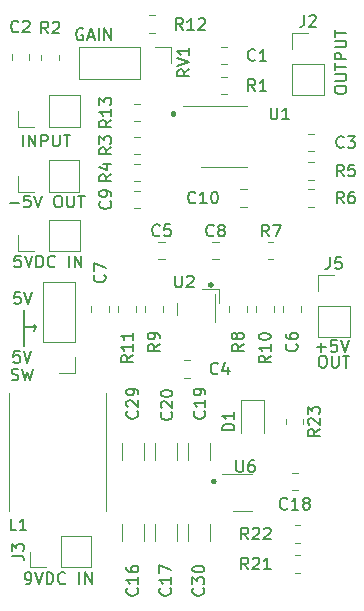
<source format=gbr>
%TF.GenerationSoftware,KiCad,Pcbnew,7.0.1-3b83917a11~172~ubuntu22.04.1*%
%TF.CreationDate,2023-04-19T02:42:24+01:00*%
%TF.ProjectId,mxr_microamp,6d78725f-6d69-4637-926f-616d702e6b69,rev?*%
%TF.SameCoordinates,Original*%
%TF.FileFunction,Legend,Top*%
%TF.FilePolarity,Positive*%
%FSLAX46Y46*%
G04 Gerber Fmt 4.6, Leading zero omitted, Abs format (unit mm)*
G04 Created by KiCad (PCBNEW 7.0.1-3b83917a11~172~ubuntu22.04.1) date 2023-04-19 02:42:24*
%MOMM*%
%LPD*%
G01*
G04 APERTURE LIST*
%ADD10C,0.500000*%
%ADD11C,0.150000*%
%ADD12C,0.120000*%
G04 APERTURE END LIST*
D10*
X144780001Y-103505000D02*
G75*
G03*
X144780001Y-103505000I-1J0D01*
G01*
X144526001Y-86868000D02*
G75*
G03*
X144526001Y-86868000I-1J0D01*
G01*
X141351001Y-72390001D02*
G75*
G03*
X141351001Y-72390001I-1J0D01*
G01*
D11*
X129743200Y-90449400D02*
X129540000Y-90220800D01*
X129743200Y-90449400D02*
X129540000Y-90728800D01*
X129743200Y-90449400D02*
X128676400Y-90449400D01*
X128676400Y-91998800D02*
X128676400Y-89027000D01*
%TO.C,J7*%
X128425866Y-84374819D02*
X127949676Y-84374819D01*
X127949676Y-84374819D02*
X127902057Y-84851009D01*
X127902057Y-84851009D02*
X127949676Y-84803390D01*
X127949676Y-84803390D02*
X128044914Y-84755771D01*
X128044914Y-84755771D02*
X128283009Y-84755771D01*
X128283009Y-84755771D02*
X128378247Y-84803390D01*
X128378247Y-84803390D02*
X128425866Y-84851009D01*
X128425866Y-84851009D02*
X128473485Y-84946247D01*
X128473485Y-84946247D02*
X128473485Y-85184342D01*
X128473485Y-85184342D02*
X128425866Y-85279580D01*
X128425866Y-85279580D02*
X128378247Y-85327200D01*
X128378247Y-85327200D02*
X128283009Y-85374819D01*
X128283009Y-85374819D02*
X128044914Y-85374819D01*
X128044914Y-85374819D02*
X127949676Y-85327200D01*
X127949676Y-85327200D02*
X127902057Y-85279580D01*
X128759200Y-84374819D02*
X129092533Y-85374819D01*
X129092533Y-85374819D02*
X129425866Y-84374819D01*
X129759200Y-85374819D02*
X129759200Y-84374819D01*
X129759200Y-84374819D02*
X129997295Y-84374819D01*
X129997295Y-84374819D02*
X130140152Y-84422438D01*
X130140152Y-84422438D02*
X130235390Y-84517676D01*
X130235390Y-84517676D02*
X130283009Y-84612914D01*
X130283009Y-84612914D02*
X130330628Y-84803390D01*
X130330628Y-84803390D02*
X130330628Y-84946247D01*
X130330628Y-84946247D02*
X130283009Y-85136723D01*
X130283009Y-85136723D02*
X130235390Y-85231961D01*
X130235390Y-85231961D02*
X130140152Y-85327200D01*
X130140152Y-85327200D02*
X129997295Y-85374819D01*
X129997295Y-85374819D02*
X129759200Y-85374819D01*
X131330628Y-85279580D02*
X131283009Y-85327200D01*
X131283009Y-85327200D02*
X131140152Y-85374819D01*
X131140152Y-85374819D02*
X131044914Y-85374819D01*
X131044914Y-85374819D02*
X130902057Y-85327200D01*
X130902057Y-85327200D02*
X130806819Y-85231961D01*
X130806819Y-85231961D02*
X130759200Y-85136723D01*
X130759200Y-85136723D02*
X130711581Y-84946247D01*
X130711581Y-84946247D02*
X130711581Y-84803390D01*
X130711581Y-84803390D02*
X130759200Y-84612914D01*
X130759200Y-84612914D02*
X130806819Y-84517676D01*
X130806819Y-84517676D02*
X130902057Y-84422438D01*
X130902057Y-84422438D02*
X131044914Y-84374819D01*
X131044914Y-84374819D02*
X131140152Y-84374819D01*
X131140152Y-84374819D02*
X131283009Y-84422438D01*
X131283009Y-84422438D02*
X131330628Y-84470057D01*
X132521105Y-85374819D02*
X132521105Y-84374819D01*
X132997295Y-85374819D02*
X132997295Y-84374819D01*
X132997295Y-84374819D02*
X133568723Y-85374819D01*
X133568723Y-85374819D02*
X133568723Y-84374819D01*
%TO.C,J6*%
X127666857Y-94903000D02*
X127809714Y-94950619D01*
X127809714Y-94950619D02*
X128047809Y-94950619D01*
X128047809Y-94950619D02*
X128143047Y-94903000D01*
X128143047Y-94903000D02*
X128190666Y-94855380D01*
X128190666Y-94855380D02*
X128238285Y-94760142D01*
X128238285Y-94760142D02*
X128238285Y-94664904D01*
X128238285Y-94664904D02*
X128190666Y-94569666D01*
X128190666Y-94569666D02*
X128143047Y-94522047D01*
X128143047Y-94522047D02*
X128047809Y-94474428D01*
X128047809Y-94474428D02*
X127857333Y-94426809D01*
X127857333Y-94426809D02*
X127762095Y-94379190D01*
X127762095Y-94379190D02*
X127714476Y-94331571D01*
X127714476Y-94331571D02*
X127666857Y-94236333D01*
X127666857Y-94236333D02*
X127666857Y-94141095D01*
X127666857Y-94141095D02*
X127714476Y-94045857D01*
X127714476Y-94045857D02*
X127762095Y-93998238D01*
X127762095Y-93998238D02*
X127857333Y-93950619D01*
X127857333Y-93950619D02*
X128095428Y-93950619D01*
X128095428Y-93950619D02*
X128238285Y-93998238D01*
X128571619Y-93950619D02*
X128809714Y-94950619D01*
X128809714Y-94950619D02*
X129000190Y-94236333D01*
X129000190Y-94236333D02*
X129190666Y-94950619D01*
X129190666Y-94950619D02*
X129428762Y-93950619D01*
X128333523Y-92452019D02*
X127857333Y-92452019D01*
X127857333Y-92452019D02*
X127809714Y-92928209D01*
X127809714Y-92928209D02*
X127857333Y-92880590D01*
X127857333Y-92880590D02*
X127952571Y-92832971D01*
X127952571Y-92832971D02*
X128190666Y-92832971D01*
X128190666Y-92832971D02*
X128285904Y-92880590D01*
X128285904Y-92880590D02*
X128333523Y-92928209D01*
X128333523Y-92928209D02*
X128381142Y-93023447D01*
X128381142Y-93023447D02*
X128381142Y-93261542D01*
X128381142Y-93261542D02*
X128333523Y-93356780D01*
X128333523Y-93356780D02*
X128285904Y-93404400D01*
X128285904Y-93404400D02*
X128190666Y-93452019D01*
X128190666Y-93452019D02*
X127952571Y-93452019D01*
X127952571Y-93452019D02*
X127857333Y-93404400D01*
X127857333Y-93404400D02*
X127809714Y-93356780D01*
X128666857Y-92452019D02*
X129000190Y-93452019D01*
X129000190Y-93452019D02*
X129333523Y-92452019D01*
X128384323Y-87473619D02*
X127908133Y-87473619D01*
X127908133Y-87473619D02*
X127860514Y-87949809D01*
X127860514Y-87949809D02*
X127908133Y-87902190D01*
X127908133Y-87902190D02*
X128003371Y-87854571D01*
X128003371Y-87854571D02*
X128241466Y-87854571D01*
X128241466Y-87854571D02*
X128336704Y-87902190D01*
X128336704Y-87902190D02*
X128384323Y-87949809D01*
X128384323Y-87949809D02*
X128431942Y-88045047D01*
X128431942Y-88045047D02*
X128431942Y-88283142D01*
X128431942Y-88283142D02*
X128384323Y-88378380D01*
X128384323Y-88378380D02*
X128336704Y-88426000D01*
X128336704Y-88426000D02*
X128241466Y-88473619D01*
X128241466Y-88473619D02*
X128003371Y-88473619D01*
X128003371Y-88473619D02*
X127908133Y-88426000D01*
X127908133Y-88426000D02*
X127860514Y-88378380D01*
X128717657Y-87473619D02*
X129050990Y-88473619D01*
X129050990Y-88473619D02*
X129384323Y-87473619D01*
%TO.C,R13*%
X136098619Y-72905857D02*
X135622428Y-73239190D01*
X136098619Y-73477285D02*
X135098619Y-73477285D01*
X135098619Y-73477285D02*
X135098619Y-73096333D01*
X135098619Y-73096333D02*
X135146238Y-73001095D01*
X135146238Y-73001095D02*
X135193857Y-72953476D01*
X135193857Y-72953476D02*
X135289095Y-72905857D01*
X135289095Y-72905857D02*
X135431952Y-72905857D01*
X135431952Y-72905857D02*
X135527190Y-72953476D01*
X135527190Y-72953476D02*
X135574809Y-73001095D01*
X135574809Y-73001095D02*
X135622428Y-73096333D01*
X135622428Y-73096333D02*
X135622428Y-73477285D01*
X136098619Y-71953476D02*
X136098619Y-72524904D01*
X136098619Y-72239190D02*
X135098619Y-72239190D01*
X135098619Y-72239190D02*
X135241476Y-72334428D01*
X135241476Y-72334428D02*
X135336714Y-72429666D01*
X135336714Y-72429666D02*
X135384333Y-72524904D01*
X135098619Y-71620142D02*
X135098619Y-71001095D01*
X135098619Y-71001095D02*
X135479571Y-71334428D01*
X135479571Y-71334428D02*
X135479571Y-71191571D01*
X135479571Y-71191571D02*
X135527190Y-71096333D01*
X135527190Y-71096333D02*
X135574809Y-71048714D01*
X135574809Y-71048714D02*
X135670047Y-71001095D01*
X135670047Y-71001095D02*
X135908142Y-71001095D01*
X135908142Y-71001095D02*
X136003380Y-71048714D01*
X136003380Y-71048714D02*
X136051000Y-71096333D01*
X136051000Y-71096333D02*
X136098619Y-71191571D01*
X136098619Y-71191571D02*
X136098619Y-71477285D01*
X136098619Y-71477285D02*
X136051000Y-71572523D01*
X136051000Y-71572523D02*
X136003380Y-71620142D01*
%TO.C,R12*%
X142155942Y-65283419D02*
X141822609Y-64807228D01*
X141584514Y-65283419D02*
X141584514Y-64283419D01*
X141584514Y-64283419D02*
X141965466Y-64283419D01*
X141965466Y-64283419D02*
X142060704Y-64331038D01*
X142060704Y-64331038D02*
X142108323Y-64378657D01*
X142108323Y-64378657D02*
X142155942Y-64473895D01*
X142155942Y-64473895D02*
X142155942Y-64616752D01*
X142155942Y-64616752D02*
X142108323Y-64711990D01*
X142108323Y-64711990D02*
X142060704Y-64759609D01*
X142060704Y-64759609D02*
X141965466Y-64807228D01*
X141965466Y-64807228D02*
X141584514Y-64807228D01*
X143108323Y-65283419D02*
X142536895Y-65283419D01*
X142822609Y-65283419D02*
X142822609Y-64283419D01*
X142822609Y-64283419D02*
X142727371Y-64426276D01*
X142727371Y-64426276D02*
X142632133Y-64521514D01*
X142632133Y-64521514D02*
X142536895Y-64569133D01*
X143489276Y-64378657D02*
X143536895Y-64331038D01*
X143536895Y-64331038D02*
X143632133Y-64283419D01*
X143632133Y-64283419D02*
X143870228Y-64283419D01*
X143870228Y-64283419D02*
X143965466Y-64331038D01*
X143965466Y-64331038D02*
X144013085Y-64378657D01*
X144013085Y-64378657D02*
X144060704Y-64473895D01*
X144060704Y-64473895D02*
X144060704Y-64569133D01*
X144060704Y-64569133D02*
X144013085Y-64711990D01*
X144013085Y-64711990D02*
X143441657Y-65283419D01*
X143441657Y-65283419D02*
X144060704Y-65283419D01*
%TO.C,C10*%
X143226642Y-79869380D02*
X143179023Y-79917000D01*
X143179023Y-79917000D02*
X143036166Y-79964619D01*
X143036166Y-79964619D02*
X142940928Y-79964619D01*
X142940928Y-79964619D02*
X142798071Y-79917000D01*
X142798071Y-79917000D02*
X142702833Y-79821761D01*
X142702833Y-79821761D02*
X142655214Y-79726523D01*
X142655214Y-79726523D02*
X142607595Y-79536047D01*
X142607595Y-79536047D02*
X142607595Y-79393190D01*
X142607595Y-79393190D02*
X142655214Y-79202714D01*
X142655214Y-79202714D02*
X142702833Y-79107476D01*
X142702833Y-79107476D02*
X142798071Y-79012238D01*
X142798071Y-79012238D02*
X142940928Y-78964619D01*
X142940928Y-78964619D02*
X143036166Y-78964619D01*
X143036166Y-78964619D02*
X143179023Y-79012238D01*
X143179023Y-79012238D02*
X143226642Y-79059857D01*
X144179023Y-79964619D02*
X143607595Y-79964619D01*
X143893309Y-79964619D02*
X143893309Y-78964619D01*
X143893309Y-78964619D02*
X143798071Y-79107476D01*
X143798071Y-79107476D02*
X143702833Y-79202714D01*
X143702833Y-79202714D02*
X143607595Y-79250333D01*
X144798071Y-78964619D02*
X144893309Y-78964619D01*
X144893309Y-78964619D02*
X144988547Y-79012238D01*
X144988547Y-79012238D02*
X145036166Y-79059857D01*
X145036166Y-79059857D02*
X145083785Y-79155095D01*
X145083785Y-79155095D02*
X145131404Y-79345571D01*
X145131404Y-79345571D02*
X145131404Y-79583666D01*
X145131404Y-79583666D02*
X145083785Y-79774142D01*
X145083785Y-79774142D02*
X145036166Y-79869380D01*
X145036166Y-79869380D02*
X144988547Y-79917000D01*
X144988547Y-79917000D02*
X144893309Y-79964619D01*
X144893309Y-79964619D02*
X144798071Y-79964619D01*
X144798071Y-79964619D02*
X144702833Y-79917000D01*
X144702833Y-79917000D02*
X144655214Y-79869380D01*
X144655214Y-79869380D02*
X144607595Y-79774142D01*
X144607595Y-79774142D02*
X144559976Y-79583666D01*
X144559976Y-79583666D02*
X144559976Y-79345571D01*
X144559976Y-79345571D02*
X144607595Y-79155095D01*
X144607595Y-79155095D02*
X144655214Y-79059857D01*
X144655214Y-79059857D02*
X144702833Y-79012238D01*
X144702833Y-79012238D02*
X144798071Y-78964619D01*
%TO.C,C9*%
X136003380Y-79795666D02*
X136051000Y-79843285D01*
X136051000Y-79843285D02*
X136098619Y-79986142D01*
X136098619Y-79986142D02*
X136098619Y-80081380D01*
X136098619Y-80081380D02*
X136051000Y-80224237D01*
X136051000Y-80224237D02*
X135955761Y-80319475D01*
X135955761Y-80319475D02*
X135860523Y-80367094D01*
X135860523Y-80367094D02*
X135670047Y-80414713D01*
X135670047Y-80414713D02*
X135527190Y-80414713D01*
X135527190Y-80414713D02*
X135336714Y-80367094D01*
X135336714Y-80367094D02*
X135241476Y-80319475D01*
X135241476Y-80319475D02*
X135146238Y-80224237D01*
X135146238Y-80224237D02*
X135098619Y-80081380D01*
X135098619Y-80081380D02*
X135098619Y-79986142D01*
X135098619Y-79986142D02*
X135146238Y-79843285D01*
X135146238Y-79843285D02*
X135193857Y-79795666D01*
X136098619Y-79319475D02*
X136098619Y-79128999D01*
X136098619Y-79128999D02*
X136051000Y-79033761D01*
X136051000Y-79033761D02*
X136003380Y-78986142D01*
X136003380Y-78986142D02*
X135860523Y-78890904D01*
X135860523Y-78890904D02*
X135670047Y-78843285D01*
X135670047Y-78843285D02*
X135289095Y-78843285D01*
X135289095Y-78843285D02*
X135193857Y-78890904D01*
X135193857Y-78890904D02*
X135146238Y-78938523D01*
X135146238Y-78938523D02*
X135098619Y-79033761D01*
X135098619Y-79033761D02*
X135098619Y-79224237D01*
X135098619Y-79224237D02*
X135146238Y-79319475D01*
X135146238Y-79319475D02*
X135193857Y-79367094D01*
X135193857Y-79367094D02*
X135289095Y-79414713D01*
X135289095Y-79414713D02*
X135527190Y-79414713D01*
X135527190Y-79414713D02*
X135622428Y-79367094D01*
X135622428Y-79367094D02*
X135670047Y-79319475D01*
X135670047Y-79319475D02*
X135717666Y-79224237D01*
X135717666Y-79224237D02*
X135717666Y-79033761D01*
X135717666Y-79033761D02*
X135670047Y-78938523D01*
X135670047Y-78938523D02*
X135622428Y-78890904D01*
X135622428Y-78890904D02*
X135527190Y-78843285D01*
%TO.C,C3*%
X155767833Y-75170380D02*
X155720214Y-75218000D01*
X155720214Y-75218000D02*
X155577357Y-75265619D01*
X155577357Y-75265619D02*
X155482119Y-75265619D01*
X155482119Y-75265619D02*
X155339262Y-75218000D01*
X155339262Y-75218000D02*
X155244024Y-75122761D01*
X155244024Y-75122761D02*
X155196405Y-75027523D01*
X155196405Y-75027523D02*
X155148786Y-74837047D01*
X155148786Y-74837047D02*
X155148786Y-74694190D01*
X155148786Y-74694190D02*
X155196405Y-74503714D01*
X155196405Y-74503714D02*
X155244024Y-74408476D01*
X155244024Y-74408476D02*
X155339262Y-74313238D01*
X155339262Y-74313238D02*
X155482119Y-74265619D01*
X155482119Y-74265619D02*
X155577357Y-74265619D01*
X155577357Y-74265619D02*
X155720214Y-74313238D01*
X155720214Y-74313238D02*
X155767833Y-74360857D01*
X156101167Y-74265619D02*
X156720214Y-74265619D01*
X156720214Y-74265619D02*
X156386881Y-74646571D01*
X156386881Y-74646571D02*
X156529738Y-74646571D01*
X156529738Y-74646571D02*
X156624976Y-74694190D01*
X156624976Y-74694190D02*
X156672595Y-74741809D01*
X156672595Y-74741809D02*
X156720214Y-74837047D01*
X156720214Y-74837047D02*
X156720214Y-75075142D01*
X156720214Y-75075142D02*
X156672595Y-75170380D01*
X156672595Y-75170380D02*
X156624976Y-75218000D01*
X156624976Y-75218000D02*
X156529738Y-75265619D01*
X156529738Y-75265619D02*
X156244024Y-75265619D01*
X156244024Y-75265619D02*
X156148786Y-75218000D01*
X156148786Y-75218000D02*
X156101167Y-75170380D01*
%TO.C,R7*%
X149439333Y-82758619D02*
X149106000Y-82282428D01*
X148867905Y-82758619D02*
X148867905Y-81758619D01*
X148867905Y-81758619D02*
X149248857Y-81758619D01*
X149248857Y-81758619D02*
X149344095Y-81806238D01*
X149344095Y-81806238D02*
X149391714Y-81853857D01*
X149391714Y-81853857D02*
X149439333Y-81949095D01*
X149439333Y-81949095D02*
X149439333Y-82091952D01*
X149439333Y-82091952D02*
X149391714Y-82187190D01*
X149391714Y-82187190D02*
X149344095Y-82234809D01*
X149344095Y-82234809D02*
X149248857Y-82282428D01*
X149248857Y-82282428D02*
X148867905Y-82282428D01*
X149772667Y-81758619D02*
X150439333Y-81758619D01*
X150439333Y-81758619D02*
X150010762Y-82758619D01*
%TO.C,J2*%
X152422266Y-64005819D02*
X152422266Y-64720104D01*
X152422266Y-64720104D02*
X152374647Y-64862961D01*
X152374647Y-64862961D02*
X152279409Y-64958200D01*
X152279409Y-64958200D02*
X152136552Y-65005819D01*
X152136552Y-65005819D02*
X152041314Y-65005819D01*
X152850838Y-64101057D02*
X152898457Y-64053438D01*
X152898457Y-64053438D02*
X152993695Y-64005819D01*
X152993695Y-64005819D02*
X153231790Y-64005819D01*
X153231790Y-64005819D02*
X153327028Y-64053438D01*
X153327028Y-64053438D02*
X153374647Y-64101057D01*
X153374647Y-64101057D02*
X153422266Y-64196295D01*
X153422266Y-64196295D02*
X153422266Y-64291533D01*
X153422266Y-64291533D02*
X153374647Y-64434390D01*
X153374647Y-64434390D02*
X152803219Y-65005819D01*
X152803219Y-65005819D02*
X153422266Y-65005819D01*
X155012219Y-70425961D02*
X155012219Y-70235485D01*
X155012219Y-70235485D02*
X155059838Y-70140247D01*
X155059838Y-70140247D02*
X155155076Y-70045009D01*
X155155076Y-70045009D02*
X155345552Y-69997390D01*
X155345552Y-69997390D02*
X155678885Y-69997390D01*
X155678885Y-69997390D02*
X155869361Y-70045009D01*
X155869361Y-70045009D02*
X155964600Y-70140247D01*
X155964600Y-70140247D02*
X156012219Y-70235485D01*
X156012219Y-70235485D02*
X156012219Y-70425961D01*
X156012219Y-70425961D02*
X155964600Y-70521199D01*
X155964600Y-70521199D02*
X155869361Y-70616437D01*
X155869361Y-70616437D02*
X155678885Y-70664056D01*
X155678885Y-70664056D02*
X155345552Y-70664056D01*
X155345552Y-70664056D02*
X155155076Y-70616437D01*
X155155076Y-70616437D02*
X155059838Y-70521199D01*
X155059838Y-70521199D02*
X155012219Y-70425961D01*
X155012219Y-69568818D02*
X155821742Y-69568818D01*
X155821742Y-69568818D02*
X155916980Y-69521199D01*
X155916980Y-69521199D02*
X155964600Y-69473580D01*
X155964600Y-69473580D02*
X156012219Y-69378342D01*
X156012219Y-69378342D02*
X156012219Y-69187866D01*
X156012219Y-69187866D02*
X155964600Y-69092628D01*
X155964600Y-69092628D02*
X155916980Y-69045009D01*
X155916980Y-69045009D02*
X155821742Y-68997390D01*
X155821742Y-68997390D02*
X155012219Y-68997390D01*
X155012219Y-68664056D02*
X155012219Y-68092628D01*
X156012219Y-68378342D02*
X155012219Y-68378342D01*
X156012219Y-67759294D02*
X155012219Y-67759294D01*
X155012219Y-67759294D02*
X155012219Y-67378342D01*
X155012219Y-67378342D02*
X155059838Y-67283104D01*
X155059838Y-67283104D02*
X155107457Y-67235485D01*
X155107457Y-67235485D02*
X155202695Y-67187866D01*
X155202695Y-67187866D02*
X155345552Y-67187866D01*
X155345552Y-67187866D02*
X155440790Y-67235485D01*
X155440790Y-67235485D02*
X155488409Y-67283104D01*
X155488409Y-67283104D02*
X155536028Y-67378342D01*
X155536028Y-67378342D02*
X155536028Y-67759294D01*
X155012219Y-66759294D02*
X155821742Y-66759294D01*
X155821742Y-66759294D02*
X155916980Y-66711675D01*
X155916980Y-66711675D02*
X155964600Y-66664056D01*
X155964600Y-66664056D02*
X156012219Y-66568818D01*
X156012219Y-66568818D02*
X156012219Y-66378342D01*
X156012219Y-66378342D02*
X155964600Y-66283104D01*
X155964600Y-66283104D02*
X155916980Y-66235485D01*
X155916980Y-66235485D02*
X155821742Y-66187866D01*
X155821742Y-66187866D02*
X155012219Y-66187866D01*
X155012219Y-65854532D02*
X155012219Y-65283104D01*
X156012219Y-65568818D02*
X155012219Y-65568818D01*
%TO.C,C7*%
X135515380Y-86018666D02*
X135563000Y-86066285D01*
X135563000Y-86066285D02*
X135610619Y-86209142D01*
X135610619Y-86209142D02*
X135610619Y-86304380D01*
X135610619Y-86304380D02*
X135563000Y-86447237D01*
X135563000Y-86447237D02*
X135467761Y-86542475D01*
X135467761Y-86542475D02*
X135372523Y-86590094D01*
X135372523Y-86590094D02*
X135182047Y-86637713D01*
X135182047Y-86637713D02*
X135039190Y-86637713D01*
X135039190Y-86637713D02*
X134848714Y-86590094D01*
X134848714Y-86590094D02*
X134753476Y-86542475D01*
X134753476Y-86542475D02*
X134658238Y-86447237D01*
X134658238Y-86447237D02*
X134610619Y-86304380D01*
X134610619Y-86304380D02*
X134610619Y-86209142D01*
X134610619Y-86209142D02*
X134658238Y-86066285D01*
X134658238Y-86066285D02*
X134705857Y-86018666D01*
X134610619Y-85685332D02*
X134610619Y-85018666D01*
X134610619Y-85018666D02*
X135610619Y-85447237D01*
%TO.C,C2*%
X128230333Y-65391380D02*
X128182714Y-65439000D01*
X128182714Y-65439000D02*
X128039857Y-65486619D01*
X128039857Y-65486619D02*
X127944619Y-65486619D01*
X127944619Y-65486619D02*
X127801762Y-65439000D01*
X127801762Y-65439000D02*
X127706524Y-65343761D01*
X127706524Y-65343761D02*
X127658905Y-65248523D01*
X127658905Y-65248523D02*
X127611286Y-65058047D01*
X127611286Y-65058047D02*
X127611286Y-64915190D01*
X127611286Y-64915190D02*
X127658905Y-64724714D01*
X127658905Y-64724714D02*
X127706524Y-64629476D01*
X127706524Y-64629476D02*
X127801762Y-64534238D01*
X127801762Y-64534238D02*
X127944619Y-64486619D01*
X127944619Y-64486619D02*
X128039857Y-64486619D01*
X128039857Y-64486619D02*
X128182714Y-64534238D01*
X128182714Y-64534238D02*
X128230333Y-64581857D01*
X128611286Y-64581857D02*
X128658905Y-64534238D01*
X128658905Y-64534238D02*
X128754143Y-64486619D01*
X128754143Y-64486619D02*
X128992238Y-64486619D01*
X128992238Y-64486619D02*
X129087476Y-64534238D01*
X129087476Y-64534238D02*
X129135095Y-64581857D01*
X129135095Y-64581857D02*
X129182714Y-64677095D01*
X129182714Y-64677095D02*
X129182714Y-64772333D01*
X129182714Y-64772333D02*
X129135095Y-64915190D01*
X129135095Y-64915190D02*
X128563667Y-65486619D01*
X128563667Y-65486619D02*
X129182714Y-65486619D01*
%TO.C,C5*%
X140189083Y-82643380D02*
X140141464Y-82691000D01*
X140141464Y-82691000D02*
X139998607Y-82738619D01*
X139998607Y-82738619D02*
X139903369Y-82738619D01*
X139903369Y-82738619D02*
X139760512Y-82691000D01*
X139760512Y-82691000D02*
X139665274Y-82595761D01*
X139665274Y-82595761D02*
X139617655Y-82500523D01*
X139617655Y-82500523D02*
X139570036Y-82310047D01*
X139570036Y-82310047D02*
X139570036Y-82167190D01*
X139570036Y-82167190D02*
X139617655Y-81976714D01*
X139617655Y-81976714D02*
X139665274Y-81881476D01*
X139665274Y-81881476D02*
X139760512Y-81786238D01*
X139760512Y-81786238D02*
X139903369Y-81738619D01*
X139903369Y-81738619D02*
X139998607Y-81738619D01*
X139998607Y-81738619D02*
X140141464Y-81786238D01*
X140141464Y-81786238D02*
X140189083Y-81833857D01*
X141093845Y-81738619D02*
X140617655Y-81738619D01*
X140617655Y-81738619D02*
X140570036Y-82214809D01*
X140570036Y-82214809D02*
X140617655Y-82167190D01*
X140617655Y-82167190D02*
X140712893Y-82119571D01*
X140712893Y-82119571D02*
X140950988Y-82119571D01*
X140950988Y-82119571D02*
X141046226Y-82167190D01*
X141046226Y-82167190D02*
X141093845Y-82214809D01*
X141093845Y-82214809D02*
X141141464Y-82310047D01*
X141141464Y-82310047D02*
X141141464Y-82548142D01*
X141141464Y-82548142D02*
X141093845Y-82643380D01*
X141093845Y-82643380D02*
X141046226Y-82691000D01*
X141046226Y-82691000D02*
X140950988Y-82738619D01*
X140950988Y-82738619D02*
X140712893Y-82738619D01*
X140712893Y-82738619D02*
X140617655Y-82691000D01*
X140617655Y-82691000D02*
X140570036Y-82643380D01*
%TO.C,R3*%
X136098619Y-75223666D02*
X135622428Y-75556999D01*
X136098619Y-75795094D02*
X135098619Y-75795094D01*
X135098619Y-75795094D02*
X135098619Y-75414142D01*
X135098619Y-75414142D02*
X135146238Y-75318904D01*
X135146238Y-75318904D02*
X135193857Y-75271285D01*
X135193857Y-75271285D02*
X135289095Y-75223666D01*
X135289095Y-75223666D02*
X135431952Y-75223666D01*
X135431952Y-75223666D02*
X135527190Y-75271285D01*
X135527190Y-75271285D02*
X135574809Y-75318904D01*
X135574809Y-75318904D02*
X135622428Y-75414142D01*
X135622428Y-75414142D02*
X135622428Y-75795094D01*
X135098619Y-74890332D02*
X135098619Y-74271285D01*
X135098619Y-74271285D02*
X135479571Y-74604618D01*
X135479571Y-74604618D02*
X135479571Y-74461761D01*
X135479571Y-74461761D02*
X135527190Y-74366523D01*
X135527190Y-74366523D02*
X135574809Y-74318904D01*
X135574809Y-74318904D02*
X135670047Y-74271285D01*
X135670047Y-74271285D02*
X135908142Y-74271285D01*
X135908142Y-74271285D02*
X136003380Y-74318904D01*
X136003380Y-74318904D02*
X136051000Y-74366523D01*
X136051000Y-74366523D02*
X136098619Y-74461761D01*
X136098619Y-74461761D02*
X136098619Y-74747475D01*
X136098619Y-74747475D02*
X136051000Y-74842713D01*
X136051000Y-74842713D02*
X136003380Y-74890332D01*
%TO.C,RV1*%
X142702619Y-68616438D02*
X142226428Y-68949771D01*
X142702619Y-69187866D02*
X141702619Y-69187866D01*
X141702619Y-69187866D02*
X141702619Y-68806914D01*
X141702619Y-68806914D02*
X141750238Y-68711676D01*
X141750238Y-68711676D02*
X141797857Y-68664057D01*
X141797857Y-68664057D02*
X141893095Y-68616438D01*
X141893095Y-68616438D02*
X142035952Y-68616438D01*
X142035952Y-68616438D02*
X142131190Y-68664057D01*
X142131190Y-68664057D02*
X142178809Y-68711676D01*
X142178809Y-68711676D02*
X142226428Y-68806914D01*
X142226428Y-68806914D02*
X142226428Y-69187866D01*
X141702619Y-68330723D02*
X142702619Y-67997390D01*
X142702619Y-67997390D02*
X141702619Y-67664057D01*
X142702619Y-66806914D02*
X142702619Y-67378342D01*
X142702619Y-67092628D02*
X141702619Y-67092628D01*
X141702619Y-67092628D02*
X141845476Y-67187866D01*
X141845476Y-67187866D02*
X141940714Y-67283104D01*
X141940714Y-67283104D02*
X141988333Y-67378342D01*
X133691428Y-65194638D02*
X133596190Y-65147019D01*
X133596190Y-65147019D02*
X133453333Y-65147019D01*
X133453333Y-65147019D02*
X133310476Y-65194638D01*
X133310476Y-65194638D02*
X133215238Y-65289876D01*
X133215238Y-65289876D02*
X133167619Y-65385114D01*
X133167619Y-65385114D02*
X133120000Y-65575590D01*
X133120000Y-65575590D02*
X133120000Y-65718447D01*
X133120000Y-65718447D02*
X133167619Y-65908923D01*
X133167619Y-65908923D02*
X133215238Y-66004161D01*
X133215238Y-66004161D02*
X133310476Y-66099400D01*
X133310476Y-66099400D02*
X133453333Y-66147019D01*
X133453333Y-66147019D02*
X133548571Y-66147019D01*
X133548571Y-66147019D02*
X133691428Y-66099400D01*
X133691428Y-66099400D02*
X133739047Y-66051780D01*
X133739047Y-66051780D02*
X133739047Y-65718447D01*
X133739047Y-65718447D02*
X133548571Y-65718447D01*
X134120000Y-65861304D02*
X134596190Y-65861304D01*
X134024762Y-66147019D02*
X134358095Y-65147019D01*
X134358095Y-65147019D02*
X134691428Y-66147019D01*
X135024762Y-66147019D02*
X135024762Y-65147019D01*
X135500952Y-66147019D02*
X135500952Y-65147019D01*
X135500952Y-65147019D02*
X136072380Y-66147019D01*
X136072380Y-66147019D02*
X136072380Y-65147019D01*
%TO.C,C16*%
X138289380Y-112542857D02*
X138337000Y-112590476D01*
X138337000Y-112590476D02*
X138384619Y-112733333D01*
X138384619Y-112733333D02*
X138384619Y-112828571D01*
X138384619Y-112828571D02*
X138337000Y-112971428D01*
X138337000Y-112971428D02*
X138241761Y-113066666D01*
X138241761Y-113066666D02*
X138146523Y-113114285D01*
X138146523Y-113114285D02*
X137956047Y-113161904D01*
X137956047Y-113161904D02*
X137813190Y-113161904D01*
X137813190Y-113161904D02*
X137622714Y-113114285D01*
X137622714Y-113114285D02*
X137527476Y-113066666D01*
X137527476Y-113066666D02*
X137432238Y-112971428D01*
X137432238Y-112971428D02*
X137384619Y-112828571D01*
X137384619Y-112828571D02*
X137384619Y-112733333D01*
X137384619Y-112733333D02*
X137432238Y-112590476D01*
X137432238Y-112590476D02*
X137479857Y-112542857D01*
X138384619Y-111590476D02*
X138384619Y-112161904D01*
X138384619Y-111876190D02*
X137384619Y-111876190D01*
X137384619Y-111876190D02*
X137527476Y-111971428D01*
X137527476Y-111971428D02*
X137622714Y-112066666D01*
X137622714Y-112066666D02*
X137670333Y-112161904D01*
X137384619Y-110733333D02*
X137384619Y-110923809D01*
X137384619Y-110923809D02*
X137432238Y-111019047D01*
X137432238Y-111019047D02*
X137479857Y-111066666D01*
X137479857Y-111066666D02*
X137622714Y-111161904D01*
X137622714Y-111161904D02*
X137813190Y-111209523D01*
X137813190Y-111209523D02*
X138194142Y-111209523D01*
X138194142Y-111209523D02*
X138289380Y-111161904D01*
X138289380Y-111161904D02*
X138337000Y-111114285D01*
X138337000Y-111114285D02*
X138384619Y-111019047D01*
X138384619Y-111019047D02*
X138384619Y-110828571D01*
X138384619Y-110828571D02*
X138337000Y-110733333D01*
X138337000Y-110733333D02*
X138289380Y-110685714D01*
X138289380Y-110685714D02*
X138194142Y-110638095D01*
X138194142Y-110638095D02*
X137956047Y-110638095D01*
X137956047Y-110638095D02*
X137860809Y-110685714D01*
X137860809Y-110685714D02*
X137813190Y-110733333D01*
X137813190Y-110733333D02*
X137765571Y-110828571D01*
X137765571Y-110828571D02*
X137765571Y-111019047D01*
X137765571Y-111019047D02*
X137813190Y-111114285D01*
X137813190Y-111114285D02*
X137860809Y-111161904D01*
X137860809Y-111161904D02*
X137956047Y-111209523D01*
%TO.C,C17*%
X141083380Y-112542857D02*
X141131000Y-112590476D01*
X141131000Y-112590476D02*
X141178619Y-112733333D01*
X141178619Y-112733333D02*
X141178619Y-112828571D01*
X141178619Y-112828571D02*
X141131000Y-112971428D01*
X141131000Y-112971428D02*
X141035761Y-113066666D01*
X141035761Y-113066666D02*
X140940523Y-113114285D01*
X140940523Y-113114285D02*
X140750047Y-113161904D01*
X140750047Y-113161904D02*
X140607190Y-113161904D01*
X140607190Y-113161904D02*
X140416714Y-113114285D01*
X140416714Y-113114285D02*
X140321476Y-113066666D01*
X140321476Y-113066666D02*
X140226238Y-112971428D01*
X140226238Y-112971428D02*
X140178619Y-112828571D01*
X140178619Y-112828571D02*
X140178619Y-112733333D01*
X140178619Y-112733333D02*
X140226238Y-112590476D01*
X140226238Y-112590476D02*
X140273857Y-112542857D01*
X141178619Y-111590476D02*
X141178619Y-112161904D01*
X141178619Y-111876190D02*
X140178619Y-111876190D01*
X140178619Y-111876190D02*
X140321476Y-111971428D01*
X140321476Y-111971428D02*
X140416714Y-112066666D01*
X140416714Y-112066666D02*
X140464333Y-112161904D01*
X140178619Y-111257142D02*
X140178619Y-110590476D01*
X140178619Y-110590476D02*
X141178619Y-111019047D01*
%TO.C,J5*%
X154606666Y-84503619D02*
X154606666Y-85217904D01*
X154606666Y-85217904D02*
X154559047Y-85360761D01*
X154559047Y-85360761D02*
X154463809Y-85456000D01*
X154463809Y-85456000D02*
X154320952Y-85503619D01*
X154320952Y-85503619D02*
X154225714Y-85503619D01*
X155559047Y-84503619D02*
X155082857Y-84503619D01*
X155082857Y-84503619D02*
X155035238Y-84979809D01*
X155035238Y-84979809D02*
X155082857Y-84932190D01*
X155082857Y-84932190D02*
X155178095Y-84884571D01*
X155178095Y-84884571D02*
X155416190Y-84884571D01*
X155416190Y-84884571D02*
X155511428Y-84932190D01*
X155511428Y-84932190D02*
X155559047Y-84979809D01*
X155559047Y-84979809D02*
X155606666Y-85075047D01*
X155606666Y-85075047D02*
X155606666Y-85313142D01*
X155606666Y-85313142D02*
X155559047Y-85408380D01*
X155559047Y-85408380D02*
X155511428Y-85456000D01*
X155511428Y-85456000D02*
X155416190Y-85503619D01*
X155416190Y-85503619D02*
X155178095Y-85503619D01*
X155178095Y-85503619D02*
X155082857Y-85456000D01*
X155082857Y-85456000D02*
X155035238Y-85408380D01*
X153476486Y-92156666D02*
X154238391Y-92156666D01*
X153857438Y-92537619D02*
X153857438Y-91775714D01*
X155190771Y-91537619D02*
X154714581Y-91537619D01*
X154714581Y-91537619D02*
X154666962Y-92013809D01*
X154666962Y-92013809D02*
X154714581Y-91966190D01*
X154714581Y-91966190D02*
X154809819Y-91918571D01*
X154809819Y-91918571D02*
X155047914Y-91918571D01*
X155047914Y-91918571D02*
X155143152Y-91966190D01*
X155143152Y-91966190D02*
X155190771Y-92013809D01*
X155190771Y-92013809D02*
X155238390Y-92109047D01*
X155238390Y-92109047D02*
X155238390Y-92347142D01*
X155238390Y-92347142D02*
X155190771Y-92442380D01*
X155190771Y-92442380D02*
X155143152Y-92490000D01*
X155143152Y-92490000D02*
X155047914Y-92537619D01*
X155047914Y-92537619D02*
X154809819Y-92537619D01*
X154809819Y-92537619D02*
X154714581Y-92490000D01*
X154714581Y-92490000D02*
X154666962Y-92442380D01*
X155524105Y-91537619D02*
X155857438Y-92537619D01*
X155857438Y-92537619D02*
X156190771Y-91537619D01*
X153914600Y-92858419D02*
X154105076Y-92858419D01*
X154105076Y-92858419D02*
X154200314Y-92906038D01*
X154200314Y-92906038D02*
X154295552Y-93001276D01*
X154295552Y-93001276D02*
X154343171Y-93191752D01*
X154343171Y-93191752D02*
X154343171Y-93525085D01*
X154343171Y-93525085D02*
X154295552Y-93715561D01*
X154295552Y-93715561D02*
X154200314Y-93810800D01*
X154200314Y-93810800D02*
X154105076Y-93858419D01*
X154105076Y-93858419D02*
X153914600Y-93858419D01*
X153914600Y-93858419D02*
X153819362Y-93810800D01*
X153819362Y-93810800D02*
X153724124Y-93715561D01*
X153724124Y-93715561D02*
X153676505Y-93525085D01*
X153676505Y-93525085D02*
X153676505Y-93191752D01*
X153676505Y-93191752D02*
X153724124Y-93001276D01*
X153724124Y-93001276D02*
X153819362Y-92906038D01*
X153819362Y-92906038D02*
X153914600Y-92858419D01*
X154771743Y-92858419D02*
X154771743Y-93667942D01*
X154771743Y-93667942D02*
X154819362Y-93763180D01*
X154819362Y-93763180D02*
X154866981Y-93810800D01*
X154866981Y-93810800D02*
X154962219Y-93858419D01*
X154962219Y-93858419D02*
X155152695Y-93858419D01*
X155152695Y-93858419D02*
X155247933Y-93810800D01*
X155247933Y-93810800D02*
X155295552Y-93763180D01*
X155295552Y-93763180D02*
X155343171Y-93667942D01*
X155343171Y-93667942D02*
X155343171Y-92858419D01*
X155676505Y-92858419D02*
X156247933Y-92858419D01*
X155962219Y-93858419D02*
X155962219Y-92858419D01*
%TO.C,R2*%
X130751583Y-65566719D02*
X130418250Y-65090528D01*
X130180155Y-65566719D02*
X130180155Y-64566719D01*
X130180155Y-64566719D02*
X130561107Y-64566719D01*
X130561107Y-64566719D02*
X130656345Y-64614338D01*
X130656345Y-64614338D02*
X130703964Y-64661957D01*
X130703964Y-64661957D02*
X130751583Y-64757195D01*
X130751583Y-64757195D02*
X130751583Y-64900052D01*
X130751583Y-64900052D02*
X130703964Y-64995290D01*
X130703964Y-64995290D02*
X130656345Y-65042909D01*
X130656345Y-65042909D02*
X130561107Y-65090528D01*
X130561107Y-65090528D02*
X130180155Y-65090528D01*
X131132536Y-64661957D02*
X131180155Y-64614338D01*
X131180155Y-64614338D02*
X131275393Y-64566719D01*
X131275393Y-64566719D02*
X131513488Y-64566719D01*
X131513488Y-64566719D02*
X131608726Y-64614338D01*
X131608726Y-64614338D02*
X131656345Y-64661957D01*
X131656345Y-64661957D02*
X131703964Y-64757195D01*
X131703964Y-64757195D02*
X131703964Y-64852433D01*
X131703964Y-64852433D02*
X131656345Y-64995290D01*
X131656345Y-64995290D02*
X131084917Y-65566719D01*
X131084917Y-65566719D02*
X131703964Y-65566719D01*
%TO.C,C29*%
X138289380Y-97556857D02*
X138337000Y-97604476D01*
X138337000Y-97604476D02*
X138384619Y-97747333D01*
X138384619Y-97747333D02*
X138384619Y-97842571D01*
X138384619Y-97842571D02*
X138337000Y-97985428D01*
X138337000Y-97985428D02*
X138241761Y-98080666D01*
X138241761Y-98080666D02*
X138146523Y-98128285D01*
X138146523Y-98128285D02*
X137956047Y-98175904D01*
X137956047Y-98175904D02*
X137813190Y-98175904D01*
X137813190Y-98175904D02*
X137622714Y-98128285D01*
X137622714Y-98128285D02*
X137527476Y-98080666D01*
X137527476Y-98080666D02*
X137432238Y-97985428D01*
X137432238Y-97985428D02*
X137384619Y-97842571D01*
X137384619Y-97842571D02*
X137384619Y-97747333D01*
X137384619Y-97747333D02*
X137432238Y-97604476D01*
X137432238Y-97604476D02*
X137479857Y-97556857D01*
X137479857Y-97175904D02*
X137432238Y-97128285D01*
X137432238Y-97128285D02*
X137384619Y-97033047D01*
X137384619Y-97033047D02*
X137384619Y-96794952D01*
X137384619Y-96794952D02*
X137432238Y-96699714D01*
X137432238Y-96699714D02*
X137479857Y-96652095D01*
X137479857Y-96652095D02*
X137575095Y-96604476D01*
X137575095Y-96604476D02*
X137670333Y-96604476D01*
X137670333Y-96604476D02*
X137813190Y-96652095D01*
X137813190Y-96652095D02*
X138384619Y-97223523D01*
X138384619Y-97223523D02*
X138384619Y-96604476D01*
X138384619Y-96128285D02*
X138384619Y-95937809D01*
X138384619Y-95937809D02*
X138337000Y-95842571D01*
X138337000Y-95842571D02*
X138289380Y-95794952D01*
X138289380Y-95794952D02*
X138146523Y-95699714D01*
X138146523Y-95699714D02*
X137956047Y-95652095D01*
X137956047Y-95652095D02*
X137575095Y-95652095D01*
X137575095Y-95652095D02*
X137479857Y-95699714D01*
X137479857Y-95699714D02*
X137432238Y-95747333D01*
X137432238Y-95747333D02*
X137384619Y-95842571D01*
X137384619Y-95842571D02*
X137384619Y-96033047D01*
X137384619Y-96033047D02*
X137432238Y-96128285D01*
X137432238Y-96128285D02*
X137479857Y-96175904D01*
X137479857Y-96175904D02*
X137575095Y-96223523D01*
X137575095Y-96223523D02*
X137813190Y-96223523D01*
X137813190Y-96223523D02*
X137908428Y-96175904D01*
X137908428Y-96175904D02*
X137956047Y-96128285D01*
X137956047Y-96128285D02*
X138003666Y-96033047D01*
X138003666Y-96033047D02*
X138003666Y-95842571D01*
X138003666Y-95842571D02*
X137956047Y-95747333D01*
X137956047Y-95747333D02*
X137908428Y-95699714D01*
X137908428Y-95699714D02*
X137813190Y-95652095D01*
%TO.C,R23*%
X153750619Y-99080857D02*
X153274428Y-99414190D01*
X153750619Y-99652285D02*
X152750619Y-99652285D01*
X152750619Y-99652285D02*
X152750619Y-99271333D01*
X152750619Y-99271333D02*
X152798238Y-99176095D01*
X152798238Y-99176095D02*
X152845857Y-99128476D01*
X152845857Y-99128476D02*
X152941095Y-99080857D01*
X152941095Y-99080857D02*
X153083952Y-99080857D01*
X153083952Y-99080857D02*
X153179190Y-99128476D01*
X153179190Y-99128476D02*
X153226809Y-99176095D01*
X153226809Y-99176095D02*
X153274428Y-99271333D01*
X153274428Y-99271333D02*
X153274428Y-99652285D01*
X152845857Y-98699904D02*
X152798238Y-98652285D01*
X152798238Y-98652285D02*
X152750619Y-98557047D01*
X152750619Y-98557047D02*
X152750619Y-98318952D01*
X152750619Y-98318952D02*
X152798238Y-98223714D01*
X152798238Y-98223714D02*
X152845857Y-98176095D01*
X152845857Y-98176095D02*
X152941095Y-98128476D01*
X152941095Y-98128476D02*
X153036333Y-98128476D01*
X153036333Y-98128476D02*
X153179190Y-98176095D01*
X153179190Y-98176095D02*
X153750619Y-98747523D01*
X153750619Y-98747523D02*
X153750619Y-98128476D01*
X152750619Y-97795142D02*
X152750619Y-97176095D01*
X152750619Y-97176095D02*
X153131571Y-97509428D01*
X153131571Y-97509428D02*
X153131571Y-97366571D01*
X153131571Y-97366571D02*
X153179190Y-97271333D01*
X153179190Y-97271333D02*
X153226809Y-97223714D01*
X153226809Y-97223714D02*
X153322047Y-97176095D01*
X153322047Y-97176095D02*
X153560142Y-97176095D01*
X153560142Y-97176095D02*
X153655380Y-97223714D01*
X153655380Y-97223714D02*
X153703000Y-97271333D01*
X153703000Y-97271333D02*
X153750619Y-97366571D01*
X153750619Y-97366571D02*
X153750619Y-97652285D01*
X153750619Y-97652285D02*
X153703000Y-97747523D01*
X153703000Y-97747523D02*
X153655380Y-97795142D01*
%TO.C,R9*%
X140182619Y-91860666D02*
X139706428Y-92193999D01*
X140182619Y-92432094D02*
X139182619Y-92432094D01*
X139182619Y-92432094D02*
X139182619Y-92051142D01*
X139182619Y-92051142D02*
X139230238Y-91955904D01*
X139230238Y-91955904D02*
X139277857Y-91908285D01*
X139277857Y-91908285D02*
X139373095Y-91860666D01*
X139373095Y-91860666D02*
X139515952Y-91860666D01*
X139515952Y-91860666D02*
X139611190Y-91908285D01*
X139611190Y-91908285D02*
X139658809Y-91955904D01*
X139658809Y-91955904D02*
X139706428Y-92051142D01*
X139706428Y-92051142D02*
X139706428Y-92432094D01*
X140182619Y-91384475D02*
X140182619Y-91193999D01*
X140182619Y-91193999D02*
X140135000Y-91098761D01*
X140135000Y-91098761D02*
X140087380Y-91051142D01*
X140087380Y-91051142D02*
X139944523Y-90955904D01*
X139944523Y-90955904D02*
X139754047Y-90908285D01*
X139754047Y-90908285D02*
X139373095Y-90908285D01*
X139373095Y-90908285D02*
X139277857Y-90955904D01*
X139277857Y-90955904D02*
X139230238Y-91003523D01*
X139230238Y-91003523D02*
X139182619Y-91098761D01*
X139182619Y-91098761D02*
X139182619Y-91289237D01*
X139182619Y-91289237D02*
X139230238Y-91384475D01*
X139230238Y-91384475D02*
X139277857Y-91432094D01*
X139277857Y-91432094D02*
X139373095Y-91479713D01*
X139373095Y-91479713D02*
X139611190Y-91479713D01*
X139611190Y-91479713D02*
X139706428Y-91432094D01*
X139706428Y-91432094D02*
X139754047Y-91384475D01*
X139754047Y-91384475D02*
X139801666Y-91289237D01*
X139801666Y-91289237D02*
X139801666Y-91098761D01*
X139801666Y-91098761D02*
X139754047Y-91003523D01*
X139754047Y-91003523D02*
X139706428Y-90955904D01*
X139706428Y-90955904D02*
X139611190Y-90908285D01*
%TO.C,R1*%
X148274833Y-70439619D02*
X147941500Y-69963428D01*
X147703405Y-70439619D02*
X147703405Y-69439619D01*
X147703405Y-69439619D02*
X148084357Y-69439619D01*
X148084357Y-69439619D02*
X148179595Y-69487238D01*
X148179595Y-69487238D02*
X148227214Y-69534857D01*
X148227214Y-69534857D02*
X148274833Y-69630095D01*
X148274833Y-69630095D02*
X148274833Y-69772952D01*
X148274833Y-69772952D02*
X148227214Y-69868190D01*
X148227214Y-69868190D02*
X148179595Y-69915809D01*
X148179595Y-69915809D02*
X148084357Y-69963428D01*
X148084357Y-69963428D02*
X147703405Y-69963428D01*
X149227214Y-70439619D02*
X148655786Y-70439619D01*
X148941500Y-70439619D02*
X148941500Y-69439619D01*
X148941500Y-69439619D02*
X148846262Y-69582476D01*
X148846262Y-69582476D02*
X148751024Y-69677714D01*
X148751024Y-69677714D02*
X148655786Y-69725333D01*
%TO.C,C4*%
X145121333Y-94347380D02*
X145073714Y-94395000D01*
X145073714Y-94395000D02*
X144930857Y-94442619D01*
X144930857Y-94442619D02*
X144835619Y-94442619D01*
X144835619Y-94442619D02*
X144692762Y-94395000D01*
X144692762Y-94395000D02*
X144597524Y-94299761D01*
X144597524Y-94299761D02*
X144549905Y-94204523D01*
X144549905Y-94204523D02*
X144502286Y-94014047D01*
X144502286Y-94014047D02*
X144502286Y-93871190D01*
X144502286Y-93871190D02*
X144549905Y-93680714D01*
X144549905Y-93680714D02*
X144597524Y-93585476D01*
X144597524Y-93585476D02*
X144692762Y-93490238D01*
X144692762Y-93490238D02*
X144835619Y-93442619D01*
X144835619Y-93442619D02*
X144930857Y-93442619D01*
X144930857Y-93442619D02*
X145073714Y-93490238D01*
X145073714Y-93490238D02*
X145121333Y-93537857D01*
X145978476Y-93775952D02*
X145978476Y-94442619D01*
X145740381Y-93395000D02*
X145502286Y-94109285D01*
X145502286Y-94109285D02*
X146121333Y-94109285D01*
%TO.C,J1*%
X128627429Y-75138619D02*
X128627429Y-74138619D01*
X129103619Y-75138619D02*
X129103619Y-74138619D01*
X129103619Y-74138619D02*
X129675047Y-75138619D01*
X129675047Y-75138619D02*
X129675047Y-74138619D01*
X130151238Y-75138619D02*
X130151238Y-74138619D01*
X130151238Y-74138619D02*
X130532190Y-74138619D01*
X130532190Y-74138619D02*
X130627428Y-74186238D01*
X130627428Y-74186238D02*
X130675047Y-74233857D01*
X130675047Y-74233857D02*
X130722666Y-74329095D01*
X130722666Y-74329095D02*
X130722666Y-74471952D01*
X130722666Y-74471952D02*
X130675047Y-74567190D01*
X130675047Y-74567190D02*
X130627428Y-74614809D01*
X130627428Y-74614809D02*
X130532190Y-74662428D01*
X130532190Y-74662428D02*
X130151238Y-74662428D01*
X131151238Y-74138619D02*
X131151238Y-74948142D01*
X131151238Y-74948142D02*
X131198857Y-75043380D01*
X131198857Y-75043380D02*
X131246476Y-75091000D01*
X131246476Y-75091000D02*
X131341714Y-75138619D01*
X131341714Y-75138619D02*
X131532190Y-75138619D01*
X131532190Y-75138619D02*
X131627428Y-75091000D01*
X131627428Y-75091000D02*
X131675047Y-75043380D01*
X131675047Y-75043380D02*
X131722666Y-74948142D01*
X131722666Y-74948142D02*
X131722666Y-74138619D01*
X132056000Y-74138619D02*
X132627428Y-74138619D01*
X132341714Y-75138619D02*
X132341714Y-74138619D01*
%TO.C,R6*%
X155767833Y-79964619D02*
X155434500Y-79488428D01*
X155196405Y-79964619D02*
X155196405Y-78964619D01*
X155196405Y-78964619D02*
X155577357Y-78964619D01*
X155577357Y-78964619D02*
X155672595Y-79012238D01*
X155672595Y-79012238D02*
X155720214Y-79059857D01*
X155720214Y-79059857D02*
X155767833Y-79155095D01*
X155767833Y-79155095D02*
X155767833Y-79297952D01*
X155767833Y-79297952D02*
X155720214Y-79393190D01*
X155720214Y-79393190D02*
X155672595Y-79440809D01*
X155672595Y-79440809D02*
X155577357Y-79488428D01*
X155577357Y-79488428D02*
X155196405Y-79488428D01*
X156624976Y-78964619D02*
X156434500Y-78964619D01*
X156434500Y-78964619D02*
X156339262Y-79012238D01*
X156339262Y-79012238D02*
X156291643Y-79059857D01*
X156291643Y-79059857D02*
X156196405Y-79202714D01*
X156196405Y-79202714D02*
X156148786Y-79393190D01*
X156148786Y-79393190D02*
X156148786Y-79774142D01*
X156148786Y-79774142D02*
X156196405Y-79869380D01*
X156196405Y-79869380D02*
X156244024Y-79917000D01*
X156244024Y-79917000D02*
X156339262Y-79964619D01*
X156339262Y-79964619D02*
X156529738Y-79964619D01*
X156529738Y-79964619D02*
X156624976Y-79917000D01*
X156624976Y-79917000D02*
X156672595Y-79869380D01*
X156672595Y-79869380D02*
X156720214Y-79774142D01*
X156720214Y-79774142D02*
X156720214Y-79536047D01*
X156720214Y-79536047D02*
X156672595Y-79440809D01*
X156672595Y-79440809D02*
X156624976Y-79393190D01*
X156624976Y-79393190D02*
X156529738Y-79345571D01*
X156529738Y-79345571D02*
X156339262Y-79345571D01*
X156339262Y-79345571D02*
X156244024Y-79393190D01*
X156244024Y-79393190D02*
X156196405Y-79440809D01*
X156196405Y-79440809D02*
X156148786Y-79536047D01*
%TO.C,C6*%
X151771380Y-91860666D02*
X151819000Y-91908285D01*
X151819000Y-91908285D02*
X151866619Y-92051142D01*
X151866619Y-92051142D02*
X151866619Y-92146380D01*
X151866619Y-92146380D02*
X151819000Y-92289237D01*
X151819000Y-92289237D02*
X151723761Y-92384475D01*
X151723761Y-92384475D02*
X151628523Y-92432094D01*
X151628523Y-92432094D02*
X151438047Y-92479713D01*
X151438047Y-92479713D02*
X151295190Y-92479713D01*
X151295190Y-92479713D02*
X151104714Y-92432094D01*
X151104714Y-92432094D02*
X151009476Y-92384475D01*
X151009476Y-92384475D02*
X150914238Y-92289237D01*
X150914238Y-92289237D02*
X150866619Y-92146380D01*
X150866619Y-92146380D02*
X150866619Y-92051142D01*
X150866619Y-92051142D02*
X150914238Y-91908285D01*
X150914238Y-91908285D02*
X150961857Y-91860666D01*
X150866619Y-91003523D02*
X150866619Y-91193999D01*
X150866619Y-91193999D02*
X150914238Y-91289237D01*
X150914238Y-91289237D02*
X150961857Y-91336856D01*
X150961857Y-91336856D02*
X151104714Y-91432094D01*
X151104714Y-91432094D02*
X151295190Y-91479713D01*
X151295190Y-91479713D02*
X151676142Y-91479713D01*
X151676142Y-91479713D02*
X151771380Y-91432094D01*
X151771380Y-91432094D02*
X151819000Y-91384475D01*
X151819000Y-91384475D02*
X151866619Y-91289237D01*
X151866619Y-91289237D02*
X151866619Y-91098761D01*
X151866619Y-91098761D02*
X151819000Y-91003523D01*
X151819000Y-91003523D02*
X151771380Y-90955904D01*
X151771380Y-90955904D02*
X151676142Y-90908285D01*
X151676142Y-90908285D02*
X151438047Y-90908285D01*
X151438047Y-90908285D02*
X151342809Y-90955904D01*
X151342809Y-90955904D02*
X151295190Y-91003523D01*
X151295190Y-91003523D02*
X151247571Y-91098761D01*
X151247571Y-91098761D02*
X151247571Y-91289237D01*
X151247571Y-91289237D02*
X151295190Y-91384475D01*
X151295190Y-91384475D02*
X151342809Y-91432094D01*
X151342809Y-91432094D02*
X151438047Y-91479713D01*
%TO.C,C20*%
X141184980Y-97658457D02*
X141232600Y-97706076D01*
X141232600Y-97706076D02*
X141280219Y-97848933D01*
X141280219Y-97848933D02*
X141280219Y-97944171D01*
X141280219Y-97944171D02*
X141232600Y-98087028D01*
X141232600Y-98087028D02*
X141137361Y-98182266D01*
X141137361Y-98182266D02*
X141042123Y-98229885D01*
X141042123Y-98229885D02*
X140851647Y-98277504D01*
X140851647Y-98277504D02*
X140708790Y-98277504D01*
X140708790Y-98277504D02*
X140518314Y-98229885D01*
X140518314Y-98229885D02*
X140423076Y-98182266D01*
X140423076Y-98182266D02*
X140327838Y-98087028D01*
X140327838Y-98087028D02*
X140280219Y-97944171D01*
X140280219Y-97944171D02*
X140280219Y-97848933D01*
X140280219Y-97848933D02*
X140327838Y-97706076D01*
X140327838Y-97706076D02*
X140375457Y-97658457D01*
X140375457Y-97277504D02*
X140327838Y-97229885D01*
X140327838Y-97229885D02*
X140280219Y-97134647D01*
X140280219Y-97134647D02*
X140280219Y-96896552D01*
X140280219Y-96896552D02*
X140327838Y-96801314D01*
X140327838Y-96801314D02*
X140375457Y-96753695D01*
X140375457Y-96753695D02*
X140470695Y-96706076D01*
X140470695Y-96706076D02*
X140565933Y-96706076D01*
X140565933Y-96706076D02*
X140708790Y-96753695D01*
X140708790Y-96753695D02*
X141280219Y-97325123D01*
X141280219Y-97325123D02*
X141280219Y-96706076D01*
X140280219Y-96087028D02*
X140280219Y-95991790D01*
X140280219Y-95991790D02*
X140327838Y-95896552D01*
X140327838Y-95896552D02*
X140375457Y-95848933D01*
X140375457Y-95848933D02*
X140470695Y-95801314D01*
X140470695Y-95801314D02*
X140661171Y-95753695D01*
X140661171Y-95753695D02*
X140899266Y-95753695D01*
X140899266Y-95753695D02*
X141089742Y-95801314D01*
X141089742Y-95801314D02*
X141184980Y-95848933D01*
X141184980Y-95848933D02*
X141232600Y-95896552D01*
X141232600Y-95896552D02*
X141280219Y-95991790D01*
X141280219Y-95991790D02*
X141280219Y-96087028D01*
X141280219Y-96087028D02*
X141232600Y-96182266D01*
X141232600Y-96182266D02*
X141184980Y-96229885D01*
X141184980Y-96229885D02*
X141089742Y-96277504D01*
X141089742Y-96277504D02*
X140899266Y-96325123D01*
X140899266Y-96325123D02*
X140661171Y-96325123D01*
X140661171Y-96325123D02*
X140470695Y-96277504D01*
X140470695Y-96277504D02*
X140375457Y-96229885D01*
X140375457Y-96229885D02*
X140327838Y-96182266D01*
X140327838Y-96182266D02*
X140280219Y-96087028D01*
%TO.C,R11*%
X137927419Y-92819457D02*
X137451228Y-93152790D01*
X137927419Y-93390885D02*
X136927419Y-93390885D01*
X136927419Y-93390885D02*
X136927419Y-93009933D01*
X136927419Y-93009933D02*
X136975038Y-92914695D01*
X136975038Y-92914695D02*
X137022657Y-92867076D01*
X137022657Y-92867076D02*
X137117895Y-92819457D01*
X137117895Y-92819457D02*
X137260752Y-92819457D01*
X137260752Y-92819457D02*
X137355990Y-92867076D01*
X137355990Y-92867076D02*
X137403609Y-92914695D01*
X137403609Y-92914695D02*
X137451228Y-93009933D01*
X137451228Y-93009933D02*
X137451228Y-93390885D01*
X137927419Y-91867076D02*
X137927419Y-92438504D01*
X137927419Y-92152790D02*
X136927419Y-92152790D01*
X136927419Y-92152790D02*
X137070276Y-92248028D01*
X137070276Y-92248028D02*
X137165514Y-92343266D01*
X137165514Y-92343266D02*
X137213133Y-92438504D01*
X137927419Y-90914695D02*
X137927419Y-91486123D01*
X137927419Y-91200409D02*
X136927419Y-91200409D01*
X136927419Y-91200409D02*
X137070276Y-91295647D01*
X137070276Y-91295647D02*
X137165514Y-91390885D01*
X137165514Y-91390885D02*
X137213133Y-91486123D01*
%TO.C,C30*%
X143877380Y-112542857D02*
X143925000Y-112590476D01*
X143925000Y-112590476D02*
X143972619Y-112733333D01*
X143972619Y-112733333D02*
X143972619Y-112828571D01*
X143972619Y-112828571D02*
X143925000Y-112971428D01*
X143925000Y-112971428D02*
X143829761Y-113066666D01*
X143829761Y-113066666D02*
X143734523Y-113114285D01*
X143734523Y-113114285D02*
X143544047Y-113161904D01*
X143544047Y-113161904D02*
X143401190Y-113161904D01*
X143401190Y-113161904D02*
X143210714Y-113114285D01*
X143210714Y-113114285D02*
X143115476Y-113066666D01*
X143115476Y-113066666D02*
X143020238Y-112971428D01*
X143020238Y-112971428D02*
X142972619Y-112828571D01*
X142972619Y-112828571D02*
X142972619Y-112733333D01*
X142972619Y-112733333D02*
X143020238Y-112590476D01*
X143020238Y-112590476D02*
X143067857Y-112542857D01*
X142972619Y-112209523D02*
X142972619Y-111590476D01*
X142972619Y-111590476D02*
X143353571Y-111923809D01*
X143353571Y-111923809D02*
X143353571Y-111780952D01*
X143353571Y-111780952D02*
X143401190Y-111685714D01*
X143401190Y-111685714D02*
X143448809Y-111638095D01*
X143448809Y-111638095D02*
X143544047Y-111590476D01*
X143544047Y-111590476D02*
X143782142Y-111590476D01*
X143782142Y-111590476D02*
X143877380Y-111638095D01*
X143877380Y-111638095D02*
X143925000Y-111685714D01*
X143925000Y-111685714D02*
X143972619Y-111780952D01*
X143972619Y-111780952D02*
X143972619Y-112066666D01*
X143972619Y-112066666D02*
X143925000Y-112161904D01*
X143925000Y-112161904D02*
X143877380Y-112209523D01*
X142972619Y-110971428D02*
X142972619Y-110876190D01*
X142972619Y-110876190D02*
X143020238Y-110780952D01*
X143020238Y-110780952D02*
X143067857Y-110733333D01*
X143067857Y-110733333D02*
X143163095Y-110685714D01*
X143163095Y-110685714D02*
X143353571Y-110638095D01*
X143353571Y-110638095D02*
X143591666Y-110638095D01*
X143591666Y-110638095D02*
X143782142Y-110685714D01*
X143782142Y-110685714D02*
X143877380Y-110733333D01*
X143877380Y-110733333D02*
X143925000Y-110780952D01*
X143925000Y-110780952D02*
X143972619Y-110876190D01*
X143972619Y-110876190D02*
X143972619Y-110971428D01*
X143972619Y-110971428D02*
X143925000Y-111066666D01*
X143925000Y-111066666D02*
X143877380Y-111114285D01*
X143877380Y-111114285D02*
X143782142Y-111161904D01*
X143782142Y-111161904D02*
X143591666Y-111209523D01*
X143591666Y-111209523D02*
X143353571Y-111209523D01*
X143353571Y-111209523D02*
X143163095Y-111161904D01*
X143163095Y-111161904D02*
X143067857Y-111114285D01*
X143067857Y-111114285D02*
X143020238Y-111066666D01*
X143020238Y-111066666D02*
X142972619Y-110971428D01*
%TO.C,C8*%
X144761083Y-82663380D02*
X144713464Y-82711000D01*
X144713464Y-82711000D02*
X144570607Y-82758619D01*
X144570607Y-82758619D02*
X144475369Y-82758619D01*
X144475369Y-82758619D02*
X144332512Y-82711000D01*
X144332512Y-82711000D02*
X144237274Y-82615761D01*
X144237274Y-82615761D02*
X144189655Y-82520523D01*
X144189655Y-82520523D02*
X144142036Y-82330047D01*
X144142036Y-82330047D02*
X144142036Y-82187190D01*
X144142036Y-82187190D02*
X144189655Y-81996714D01*
X144189655Y-81996714D02*
X144237274Y-81901476D01*
X144237274Y-81901476D02*
X144332512Y-81806238D01*
X144332512Y-81806238D02*
X144475369Y-81758619D01*
X144475369Y-81758619D02*
X144570607Y-81758619D01*
X144570607Y-81758619D02*
X144713464Y-81806238D01*
X144713464Y-81806238D02*
X144761083Y-81853857D01*
X145332512Y-82187190D02*
X145237274Y-82139571D01*
X145237274Y-82139571D02*
X145189655Y-82091952D01*
X145189655Y-82091952D02*
X145142036Y-81996714D01*
X145142036Y-81996714D02*
X145142036Y-81949095D01*
X145142036Y-81949095D02*
X145189655Y-81853857D01*
X145189655Y-81853857D02*
X145237274Y-81806238D01*
X145237274Y-81806238D02*
X145332512Y-81758619D01*
X145332512Y-81758619D02*
X145522988Y-81758619D01*
X145522988Y-81758619D02*
X145618226Y-81806238D01*
X145618226Y-81806238D02*
X145665845Y-81853857D01*
X145665845Y-81853857D02*
X145713464Y-81949095D01*
X145713464Y-81949095D02*
X145713464Y-81996714D01*
X145713464Y-81996714D02*
X145665845Y-82091952D01*
X145665845Y-82091952D02*
X145618226Y-82139571D01*
X145618226Y-82139571D02*
X145522988Y-82187190D01*
X145522988Y-82187190D02*
X145332512Y-82187190D01*
X145332512Y-82187190D02*
X145237274Y-82234809D01*
X145237274Y-82234809D02*
X145189655Y-82282428D01*
X145189655Y-82282428D02*
X145142036Y-82377666D01*
X145142036Y-82377666D02*
X145142036Y-82568142D01*
X145142036Y-82568142D02*
X145189655Y-82663380D01*
X145189655Y-82663380D02*
X145237274Y-82711000D01*
X145237274Y-82711000D02*
X145332512Y-82758619D01*
X145332512Y-82758619D02*
X145522988Y-82758619D01*
X145522988Y-82758619D02*
X145618226Y-82711000D01*
X145618226Y-82711000D02*
X145665845Y-82663380D01*
X145665845Y-82663380D02*
X145713464Y-82568142D01*
X145713464Y-82568142D02*
X145713464Y-82377666D01*
X145713464Y-82377666D02*
X145665845Y-82282428D01*
X145665845Y-82282428D02*
X145618226Y-82234809D01*
X145618226Y-82234809D02*
X145522988Y-82187190D01*
%TO.C,J3*%
X127683619Y-109781933D02*
X128397904Y-109781933D01*
X128397904Y-109781933D02*
X128540761Y-109829552D01*
X128540761Y-109829552D02*
X128636000Y-109924790D01*
X128636000Y-109924790D02*
X128683619Y-110067647D01*
X128683619Y-110067647D02*
X128683619Y-110162885D01*
X127683619Y-109400980D02*
X127683619Y-108781933D01*
X127683619Y-108781933D02*
X128064571Y-109115266D01*
X128064571Y-109115266D02*
X128064571Y-108972409D01*
X128064571Y-108972409D02*
X128112190Y-108877171D01*
X128112190Y-108877171D02*
X128159809Y-108829552D01*
X128159809Y-108829552D02*
X128255047Y-108781933D01*
X128255047Y-108781933D02*
X128493142Y-108781933D01*
X128493142Y-108781933D02*
X128588380Y-108829552D01*
X128588380Y-108829552D02*
X128636000Y-108877171D01*
X128636000Y-108877171D02*
X128683619Y-108972409D01*
X128683619Y-108972409D02*
X128683619Y-109258123D01*
X128683619Y-109258123D02*
X128636000Y-109353361D01*
X128636000Y-109353361D02*
X128588380Y-109400980D01*
X128855895Y-112197219D02*
X129046371Y-112197219D01*
X129046371Y-112197219D02*
X129141609Y-112149600D01*
X129141609Y-112149600D02*
X129189228Y-112101980D01*
X129189228Y-112101980D02*
X129284466Y-111959123D01*
X129284466Y-111959123D02*
X129332085Y-111768647D01*
X129332085Y-111768647D02*
X129332085Y-111387695D01*
X129332085Y-111387695D02*
X129284466Y-111292457D01*
X129284466Y-111292457D02*
X129236847Y-111244838D01*
X129236847Y-111244838D02*
X129141609Y-111197219D01*
X129141609Y-111197219D02*
X128951133Y-111197219D01*
X128951133Y-111197219D02*
X128855895Y-111244838D01*
X128855895Y-111244838D02*
X128808276Y-111292457D01*
X128808276Y-111292457D02*
X128760657Y-111387695D01*
X128760657Y-111387695D02*
X128760657Y-111625790D01*
X128760657Y-111625790D02*
X128808276Y-111721028D01*
X128808276Y-111721028D02*
X128855895Y-111768647D01*
X128855895Y-111768647D02*
X128951133Y-111816266D01*
X128951133Y-111816266D02*
X129141609Y-111816266D01*
X129141609Y-111816266D02*
X129236847Y-111768647D01*
X129236847Y-111768647D02*
X129284466Y-111721028D01*
X129284466Y-111721028D02*
X129332085Y-111625790D01*
X129617800Y-111197219D02*
X129951133Y-112197219D01*
X129951133Y-112197219D02*
X130284466Y-111197219D01*
X130617800Y-112197219D02*
X130617800Y-111197219D01*
X130617800Y-111197219D02*
X130855895Y-111197219D01*
X130855895Y-111197219D02*
X130998752Y-111244838D01*
X130998752Y-111244838D02*
X131093990Y-111340076D01*
X131093990Y-111340076D02*
X131141609Y-111435314D01*
X131141609Y-111435314D02*
X131189228Y-111625790D01*
X131189228Y-111625790D02*
X131189228Y-111768647D01*
X131189228Y-111768647D02*
X131141609Y-111959123D01*
X131141609Y-111959123D02*
X131093990Y-112054361D01*
X131093990Y-112054361D02*
X130998752Y-112149600D01*
X130998752Y-112149600D02*
X130855895Y-112197219D01*
X130855895Y-112197219D02*
X130617800Y-112197219D01*
X132189228Y-112101980D02*
X132141609Y-112149600D01*
X132141609Y-112149600D02*
X131998752Y-112197219D01*
X131998752Y-112197219D02*
X131903514Y-112197219D01*
X131903514Y-112197219D02*
X131760657Y-112149600D01*
X131760657Y-112149600D02*
X131665419Y-112054361D01*
X131665419Y-112054361D02*
X131617800Y-111959123D01*
X131617800Y-111959123D02*
X131570181Y-111768647D01*
X131570181Y-111768647D02*
X131570181Y-111625790D01*
X131570181Y-111625790D02*
X131617800Y-111435314D01*
X131617800Y-111435314D02*
X131665419Y-111340076D01*
X131665419Y-111340076D02*
X131760657Y-111244838D01*
X131760657Y-111244838D02*
X131903514Y-111197219D01*
X131903514Y-111197219D02*
X131998752Y-111197219D01*
X131998752Y-111197219D02*
X132141609Y-111244838D01*
X132141609Y-111244838D02*
X132189228Y-111292457D01*
X133379705Y-112197219D02*
X133379705Y-111197219D01*
X133855895Y-112197219D02*
X133855895Y-111197219D01*
X133855895Y-111197219D02*
X134427323Y-112197219D01*
X134427323Y-112197219D02*
X134427323Y-111197219D01*
%TO.C,J4*%
X127506562Y-79913866D02*
X128268467Y-79913866D01*
X129220847Y-79294819D02*
X128744657Y-79294819D01*
X128744657Y-79294819D02*
X128697038Y-79771009D01*
X128697038Y-79771009D02*
X128744657Y-79723390D01*
X128744657Y-79723390D02*
X128839895Y-79675771D01*
X128839895Y-79675771D02*
X129077990Y-79675771D01*
X129077990Y-79675771D02*
X129173228Y-79723390D01*
X129173228Y-79723390D02*
X129220847Y-79771009D01*
X129220847Y-79771009D02*
X129268466Y-79866247D01*
X129268466Y-79866247D02*
X129268466Y-80104342D01*
X129268466Y-80104342D02*
X129220847Y-80199580D01*
X129220847Y-80199580D02*
X129173228Y-80247200D01*
X129173228Y-80247200D02*
X129077990Y-80294819D01*
X129077990Y-80294819D02*
X128839895Y-80294819D01*
X128839895Y-80294819D02*
X128744657Y-80247200D01*
X128744657Y-80247200D02*
X128697038Y-80199580D01*
X129554181Y-79294819D02*
X129887514Y-80294819D01*
X129887514Y-80294819D02*
X130220847Y-79294819D01*
X131506562Y-79294819D02*
X131697038Y-79294819D01*
X131697038Y-79294819D02*
X131792276Y-79342438D01*
X131792276Y-79342438D02*
X131887514Y-79437676D01*
X131887514Y-79437676D02*
X131935133Y-79628152D01*
X131935133Y-79628152D02*
X131935133Y-79961485D01*
X131935133Y-79961485D02*
X131887514Y-80151961D01*
X131887514Y-80151961D02*
X131792276Y-80247200D01*
X131792276Y-80247200D02*
X131697038Y-80294819D01*
X131697038Y-80294819D02*
X131506562Y-80294819D01*
X131506562Y-80294819D02*
X131411324Y-80247200D01*
X131411324Y-80247200D02*
X131316086Y-80151961D01*
X131316086Y-80151961D02*
X131268467Y-79961485D01*
X131268467Y-79961485D02*
X131268467Y-79628152D01*
X131268467Y-79628152D02*
X131316086Y-79437676D01*
X131316086Y-79437676D02*
X131411324Y-79342438D01*
X131411324Y-79342438D02*
X131506562Y-79294819D01*
X132363705Y-79294819D02*
X132363705Y-80104342D01*
X132363705Y-80104342D02*
X132411324Y-80199580D01*
X132411324Y-80199580D02*
X132458943Y-80247200D01*
X132458943Y-80247200D02*
X132554181Y-80294819D01*
X132554181Y-80294819D02*
X132744657Y-80294819D01*
X132744657Y-80294819D02*
X132839895Y-80247200D01*
X132839895Y-80247200D02*
X132887514Y-80199580D01*
X132887514Y-80199580D02*
X132935133Y-80104342D01*
X132935133Y-80104342D02*
X132935133Y-79294819D01*
X133268467Y-79294819D02*
X133839895Y-79294819D01*
X133554181Y-80294819D02*
X133554181Y-79294819D01*
%TO.C,R8*%
X147294619Y-91860666D02*
X146818428Y-92193999D01*
X147294619Y-92432094D02*
X146294619Y-92432094D01*
X146294619Y-92432094D02*
X146294619Y-92051142D01*
X146294619Y-92051142D02*
X146342238Y-91955904D01*
X146342238Y-91955904D02*
X146389857Y-91908285D01*
X146389857Y-91908285D02*
X146485095Y-91860666D01*
X146485095Y-91860666D02*
X146627952Y-91860666D01*
X146627952Y-91860666D02*
X146723190Y-91908285D01*
X146723190Y-91908285D02*
X146770809Y-91955904D01*
X146770809Y-91955904D02*
X146818428Y-92051142D01*
X146818428Y-92051142D02*
X146818428Y-92432094D01*
X146723190Y-91289237D02*
X146675571Y-91384475D01*
X146675571Y-91384475D02*
X146627952Y-91432094D01*
X146627952Y-91432094D02*
X146532714Y-91479713D01*
X146532714Y-91479713D02*
X146485095Y-91479713D01*
X146485095Y-91479713D02*
X146389857Y-91432094D01*
X146389857Y-91432094D02*
X146342238Y-91384475D01*
X146342238Y-91384475D02*
X146294619Y-91289237D01*
X146294619Y-91289237D02*
X146294619Y-91098761D01*
X146294619Y-91098761D02*
X146342238Y-91003523D01*
X146342238Y-91003523D02*
X146389857Y-90955904D01*
X146389857Y-90955904D02*
X146485095Y-90908285D01*
X146485095Y-90908285D02*
X146532714Y-90908285D01*
X146532714Y-90908285D02*
X146627952Y-90955904D01*
X146627952Y-90955904D02*
X146675571Y-91003523D01*
X146675571Y-91003523D02*
X146723190Y-91098761D01*
X146723190Y-91098761D02*
X146723190Y-91289237D01*
X146723190Y-91289237D02*
X146770809Y-91384475D01*
X146770809Y-91384475D02*
X146818428Y-91432094D01*
X146818428Y-91432094D02*
X146913666Y-91479713D01*
X146913666Y-91479713D02*
X147104142Y-91479713D01*
X147104142Y-91479713D02*
X147199380Y-91432094D01*
X147199380Y-91432094D02*
X147247000Y-91384475D01*
X147247000Y-91384475D02*
X147294619Y-91289237D01*
X147294619Y-91289237D02*
X147294619Y-91098761D01*
X147294619Y-91098761D02*
X147247000Y-91003523D01*
X147247000Y-91003523D02*
X147199380Y-90955904D01*
X147199380Y-90955904D02*
X147104142Y-90908285D01*
X147104142Y-90908285D02*
X146913666Y-90908285D01*
X146913666Y-90908285D02*
X146818428Y-90955904D01*
X146818428Y-90955904D02*
X146770809Y-91003523D01*
X146770809Y-91003523D02*
X146723190Y-91098761D01*
%TO.C,L1*%
X128052533Y-107650619D02*
X127576343Y-107650619D01*
X127576343Y-107650619D02*
X127576343Y-106650619D01*
X128909676Y-107650619D02*
X128338248Y-107650619D01*
X128623962Y-107650619D02*
X128623962Y-106650619D01*
X128623962Y-106650619D02*
X128528724Y-106793476D01*
X128528724Y-106793476D02*
X128433486Y-106888714D01*
X128433486Y-106888714D02*
X128338248Y-106936333D01*
%TO.C,C18*%
X150995142Y-105790380D02*
X150947523Y-105838000D01*
X150947523Y-105838000D02*
X150804666Y-105885619D01*
X150804666Y-105885619D02*
X150709428Y-105885619D01*
X150709428Y-105885619D02*
X150566571Y-105838000D01*
X150566571Y-105838000D02*
X150471333Y-105742761D01*
X150471333Y-105742761D02*
X150423714Y-105647523D01*
X150423714Y-105647523D02*
X150376095Y-105457047D01*
X150376095Y-105457047D02*
X150376095Y-105314190D01*
X150376095Y-105314190D02*
X150423714Y-105123714D01*
X150423714Y-105123714D02*
X150471333Y-105028476D01*
X150471333Y-105028476D02*
X150566571Y-104933238D01*
X150566571Y-104933238D02*
X150709428Y-104885619D01*
X150709428Y-104885619D02*
X150804666Y-104885619D01*
X150804666Y-104885619D02*
X150947523Y-104933238D01*
X150947523Y-104933238D02*
X150995142Y-104980857D01*
X151947523Y-105885619D02*
X151376095Y-105885619D01*
X151661809Y-105885619D02*
X151661809Y-104885619D01*
X151661809Y-104885619D02*
X151566571Y-105028476D01*
X151566571Y-105028476D02*
X151471333Y-105123714D01*
X151471333Y-105123714D02*
X151376095Y-105171333D01*
X152518952Y-105314190D02*
X152423714Y-105266571D01*
X152423714Y-105266571D02*
X152376095Y-105218952D01*
X152376095Y-105218952D02*
X152328476Y-105123714D01*
X152328476Y-105123714D02*
X152328476Y-105076095D01*
X152328476Y-105076095D02*
X152376095Y-104980857D01*
X152376095Y-104980857D02*
X152423714Y-104933238D01*
X152423714Y-104933238D02*
X152518952Y-104885619D01*
X152518952Y-104885619D02*
X152709428Y-104885619D01*
X152709428Y-104885619D02*
X152804666Y-104933238D01*
X152804666Y-104933238D02*
X152852285Y-104980857D01*
X152852285Y-104980857D02*
X152899904Y-105076095D01*
X152899904Y-105076095D02*
X152899904Y-105123714D01*
X152899904Y-105123714D02*
X152852285Y-105218952D01*
X152852285Y-105218952D02*
X152804666Y-105266571D01*
X152804666Y-105266571D02*
X152709428Y-105314190D01*
X152709428Y-105314190D02*
X152518952Y-105314190D01*
X152518952Y-105314190D02*
X152423714Y-105361809D01*
X152423714Y-105361809D02*
X152376095Y-105409428D01*
X152376095Y-105409428D02*
X152328476Y-105504666D01*
X152328476Y-105504666D02*
X152328476Y-105695142D01*
X152328476Y-105695142D02*
X152376095Y-105790380D01*
X152376095Y-105790380D02*
X152423714Y-105838000D01*
X152423714Y-105838000D02*
X152518952Y-105885619D01*
X152518952Y-105885619D02*
X152709428Y-105885619D01*
X152709428Y-105885619D02*
X152804666Y-105838000D01*
X152804666Y-105838000D02*
X152852285Y-105790380D01*
X152852285Y-105790380D02*
X152899904Y-105695142D01*
X152899904Y-105695142D02*
X152899904Y-105504666D01*
X152899904Y-105504666D02*
X152852285Y-105409428D01*
X152852285Y-105409428D02*
X152804666Y-105361809D01*
X152804666Y-105361809D02*
X152709428Y-105314190D01*
%TO.C,C19*%
X143978980Y-97556857D02*
X144026600Y-97604476D01*
X144026600Y-97604476D02*
X144074219Y-97747333D01*
X144074219Y-97747333D02*
X144074219Y-97842571D01*
X144074219Y-97842571D02*
X144026600Y-97985428D01*
X144026600Y-97985428D02*
X143931361Y-98080666D01*
X143931361Y-98080666D02*
X143836123Y-98128285D01*
X143836123Y-98128285D02*
X143645647Y-98175904D01*
X143645647Y-98175904D02*
X143502790Y-98175904D01*
X143502790Y-98175904D02*
X143312314Y-98128285D01*
X143312314Y-98128285D02*
X143217076Y-98080666D01*
X143217076Y-98080666D02*
X143121838Y-97985428D01*
X143121838Y-97985428D02*
X143074219Y-97842571D01*
X143074219Y-97842571D02*
X143074219Y-97747333D01*
X143074219Y-97747333D02*
X143121838Y-97604476D01*
X143121838Y-97604476D02*
X143169457Y-97556857D01*
X144074219Y-96604476D02*
X144074219Y-97175904D01*
X144074219Y-96890190D02*
X143074219Y-96890190D01*
X143074219Y-96890190D02*
X143217076Y-96985428D01*
X143217076Y-96985428D02*
X143312314Y-97080666D01*
X143312314Y-97080666D02*
X143359933Y-97175904D01*
X144074219Y-96128285D02*
X144074219Y-95937809D01*
X144074219Y-95937809D02*
X144026600Y-95842571D01*
X144026600Y-95842571D02*
X143978980Y-95794952D01*
X143978980Y-95794952D02*
X143836123Y-95699714D01*
X143836123Y-95699714D02*
X143645647Y-95652095D01*
X143645647Y-95652095D02*
X143264695Y-95652095D01*
X143264695Y-95652095D02*
X143169457Y-95699714D01*
X143169457Y-95699714D02*
X143121838Y-95747333D01*
X143121838Y-95747333D02*
X143074219Y-95842571D01*
X143074219Y-95842571D02*
X143074219Y-96033047D01*
X143074219Y-96033047D02*
X143121838Y-96128285D01*
X143121838Y-96128285D02*
X143169457Y-96175904D01*
X143169457Y-96175904D02*
X143264695Y-96223523D01*
X143264695Y-96223523D02*
X143502790Y-96223523D01*
X143502790Y-96223523D02*
X143598028Y-96175904D01*
X143598028Y-96175904D02*
X143645647Y-96128285D01*
X143645647Y-96128285D02*
X143693266Y-96033047D01*
X143693266Y-96033047D02*
X143693266Y-95842571D01*
X143693266Y-95842571D02*
X143645647Y-95747333D01*
X143645647Y-95747333D02*
X143598028Y-95699714D01*
X143598028Y-95699714D02*
X143502790Y-95652095D01*
%TO.C,C1*%
X148274833Y-67804380D02*
X148227214Y-67852000D01*
X148227214Y-67852000D02*
X148084357Y-67899619D01*
X148084357Y-67899619D02*
X147989119Y-67899619D01*
X147989119Y-67899619D02*
X147846262Y-67852000D01*
X147846262Y-67852000D02*
X147751024Y-67756761D01*
X147751024Y-67756761D02*
X147703405Y-67661523D01*
X147703405Y-67661523D02*
X147655786Y-67471047D01*
X147655786Y-67471047D02*
X147655786Y-67328190D01*
X147655786Y-67328190D02*
X147703405Y-67137714D01*
X147703405Y-67137714D02*
X147751024Y-67042476D01*
X147751024Y-67042476D02*
X147846262Y-66947238D01*
X147846262Y-66947238D02*
X147989119Y-66899619D01*
X147989119Y-66899619D02*
X148084357Y-66899619D01*
X148084357Y-66899619D02*
X148227214Y-66947238D01*
X148227214Y-66947238D02*
X148274833Y-66994857D01*
X149227214Y-67899619D02*
X148655786Y-67899619D01*
X148941500Y-67899619D02*
X148941500Y-66899619D01*
X148941500Y-66899619D02*
X148846262Y-67042476D01*
X148846262Y-67042476D02*
X148751024Y-67137714D01*
X148751024Y-67137714D02*
X148655786Y-67185333D01*
%TO.C,R4*%
X136098619Y-77509666D02*
X135622428Y-77842999D01*
X136098619Y-78081094D02*
X135098619Y-78081094D01*
X135098619Y-78081094D02*
X135098619Y-77700142D01*
X135098619Y-77700142D02*
X135146238Y-77604904D01*
X135146238Y-77604904D02*
X135193857Y-77557285D01*
X135193857Y-77557285D02*
X135289095Y-77509666D01*
X135289095Y-77509666D02*
X135431952Y-77509666D01*
X135431952Y-77509666D02*
X135527190Y-77557285D01*
X135527190Y-77557285D02*
X135574809Y-77604904D01*
X135574809Y-77604904D02*
X135622428Y-77700142D01*
X135622428Y-77700142D02*
X135622428Y-78081094D01*
X135431952Y-76652523D02*
X136098619Y-76652523D01*
X135051000Y-76890618D02*
X135765285Y-77128713D01*
X135765285Y-77128713D02*
X135765285Y-76509666D01*
%TO.C,U6*%
X146685095Y-101697619D02*
X146685095Y-102507142D01*
X146685095Y-102507142D02*
X146732714Y-102602380D01*
X146732714Y-102602380D02*
X146780333Y-102650000D01*
X146780333Y-102650000D02*
X146875571Y-102697619D01*
X146875571Y-102697619D02*
X147066047Y-102697619D01*
X147066047Y-102697619D02*
X147161285Y-102650000D01*
X147161285Y-102650000D02*
X147208904Y-102602380D01*
X147208904Y-102602380D02*
X147256523Y-102507142D01*
X147256523Y-102507142D02*
X147256523Y-101697619D01*
X148161285Y-101697619D02*
X147970809Y-101697619D01*
X147970809Y-101697619D02*
X147875571Y-101745238D01*
X147875571Y-101745238D02*
X147827952Y-101792857D01*
X147827952Y-101792857D02*
X147732714Y-101935714D01*
X147732714Y-101935714D02*
X147685095Y-102126190D01*
X147685095Y-102126190D02*
X147685095Y-102507142D01*
X147685095Y-102507142D02*
X147732714Y-102602380D01*
X147732714Y-102602380D02*
X147780333Y-102650000D01*
X147780333Y-102650000D02*
X147875571Y-102697619D01*
X147875571Y-102697619D02*
X148066047Y-102697619D01*
X148066047Y-102697619D02*
X148161285Y-102650000D01*
X148161285Y-102650000D02*
X148208904Y-102602380D01*
X148208904Y-102602380D02*
X148256523Y-102507142D01*
X148256523Y-102507142D02*
X148256523Y-102269047D01*
X148256523Y-102269047D02*
X148208904Y-102173809D01*
X148208904Y-102173809D02*
X148161285Y-102126190D01*
X148161285Y-102126190D02*
X148066047Y-102078571D01*
X148066047Y-102078571D02*
X147875571Y-102078571D01*
X147875571Y-102078571D02*
X147780333Y-102126190D01*
X147780333Y-102126190D02*
X147732714Y-102173809D01*
X147732714Y-102173809D02*
X147685095Y-102269047D01*
%TO.C,U1*%
X149584595Y-71852619D02*
X149584595Y-72662142D01*
X149584595Y-72662142D02*
X149632214Y-72757380D01*
X149632214Y-72757380D02*
X149679833Y-72805000D01*
X149679833Y-72805000D02*
X149775071Y-72852619D01*
X149775071Y-72852619D02*
X149965547Y-72852619D01*
X149965547Y-72852619D02*
X150060785Y-72805000D01*
X150060785Y-72805000D02*
X150108404Y-72757380D01*
X150108404Y-72757380D02*
X150156023Y-72662142D01*
X150156023Y-72662142D02*
X150156023Y-71852619D01*
X151156023Y-72852619D02*
X150584595Y-72852619D01*
X150870309Y-72852619D02*
X150870309Y-71852619D01*
X150870309Y-71852619D02*
X150775071Y-71995476D01*
X150775071Y-71995476D02*
X150679833Y-72090714D01*
X150679833Y-72090714D02*
X150584595Y-72138333D01*
%TO.C,U2*%
X141498095Y-86076619D02*
X141498095Y-86886142D01*
X141498095Y-86886142D02*
X141545714Y-86981380D01*
X141545714Y-86981380D02*
X141593333Y-87029000D01*
X141593333Y-87029000D02*
X141688571Y-87076619D01*
X141688571Y-87076619D02*
X141879047Y-87076619D01*
X141879047Y-87076619D02*
X141974285Y-87029000D01*
X141974285Y-87029000D02*
X142021904Y-86981380D01*
X142021904Y-86981380D02*
X142069523Y-86886142D01*
X142069523Y-86886142D02*
X142069523Y-86076619D01*
X142498095Y-86171857D02*
X142545714Y-86124238D01*
X142545714Y-86124238D02*
X142640952Y-86076619D01*
X142640952Y-86076619D02*
X142879047Y-86076619D01*
X142879047Y-86076619D02*
X142974285Y-86124238D01*
X142974285Y-86124238D02*
X143021904Y-86171857D01*
X143021904Y-86171857D02*
X143069523Y-86267095D01*
X143069523Y-86267095D02*
X143069523Y-86362333D01*
X143069523Y-86362333D02*
X143021904Y-86505190D01*
X143021904Y-86505190D02*
X142450476Y-87076619D01*
X142450476Y-87076619D02*
X143069523Y-87076619D01*
%TO.C,R10*%
X149580619Y-92844857D02*
X149104428Y-93178190D01*
X149580619Y-93416285D02*
X148580619Y-93416285D01*
X148580619Y-93416285D02*
X148580619Y-93035333D01*
X148580619Y-93035333D02*
X148628238Y-92940095D01*
X148628238Y-92940095D02*
X148675857Y-92892476D01*
X148675857Y-92892476D02*
X148771095Y-92844857D01*
X148771095Y-92844857D02*
X148913952Y-92844857D01*
X148913952Y-92844857D02*
X149009190Y-92892476D01*
X149009190Y-92892476D02*
X149056809Y-92940095D01*
X149056809Y-92940095D02*
X149104428Y-93035333D01*
X149104428Y-93035333D02*
X149104428Y-93416285D01*
X149580619Y-91892476D02*
X149580619Y-92463904D01*
X149580619Y-92178190D02*
X148580619Y-92178190D01*
X148580619Y-92178190D02*
X148723476Y-92273428D01*
X148723476Y-92273428D02*
X148818714Y-92368666D01*
X148818714Y-92368666D02*
X148866333Y-92463904D01*
X148580619Y-91273428D02*
X148580619Y-91178190D01*
X148580619Y-91178190D02*
X148628238Y-91082952D01*
X148628238Y-91082952D02*
X148675857Y-91035333D01*
X148675857Y-91035333D02*
X148771095Y-90987714D01*
X148771095Y-90987714D02*
X148961571Y-90940095D01*
X148961571Y-90940095D02*
X149199666Y-90940095D01*
X149199666Y-90940095D02*
X149390142Y-90987714D01*
X149390142Y-90987714D02*
X149485380Y-91035333D01*
X149485380Y-91035333D02*
X149533000Y-91082952D01*
X149533000Y-91082952D02*
X149580619Y-91178190D01*
X149580619Y-91178190D02*
X149580619Y-91273428D01*
X149580619Y-91273428D02*
X149533000Y-91368666D01*
X149533000Y-91368666D02*
X149485380Y-91416285D01*
X149485380Y-91416285D02*
X149390142Y-91463904D01*
X149390142Y-91463904D02*
X149199666Y-91511523D01*
X149199666Y-91511523D02*
X148961571Y-91511523D01*
X148961571Y-91511523D02*
X148771095Y-91463904D01*
X148771095Y-91463904D02*
X148675857Y-91416285D01*
X148675857Y-91416285D02*
X148628238Y-91368666D01*
X148628238Y-91368666D02*
X148580619Y-91273428D01*
%TO.C,R22*%
X147693142Y-108412619D02*
X147359809Y-107936428D01*
X147121714Y-108412619D02*
X147121714Y-107412619D01*
X147121714Y-107412619D02*
X147502666Y-107412619D01*
X147502666Y-107412619D02*
X147597904Y-107460238D01*
X147597904Y-107460238D02*
X147645523Y-107507857D01*
X147645523Y-107507857D02*
X147693142Y-107603095D01*
X147693142Y-107603095D02*
X147693142Y-107745952D01*
X147693142Y-107745952D02*
X147645523Y-107841190D01*
X147645523Y-107841190D02*
X147597904Y-107888809D01*
X147597904Y-107888809D02*
X147502666Y-107936428D01*
X147502666Y-107936428D02*
X147121714Y-107936428D01*
X148074095Y-107507857D02*
X148121714Y-107460238D01*
X148121714Y-107460238D02*
X148216952Y-107412619D01*
X148216952Y-107412619D02*
X148455047Y-107412619D01*
X148455047Y-107412619D02*
X148550285Y-107460238D01*
X148550285Y-107460238D02*
X148597904Y-107507857D01*
X148597904Y-107507857D02*
X148645523Y-107603095D01*
X148645523Y-107603095D02*
X148645523Y-107698333D01*
X148645523Y-107698333D02*
X148597904Y-107841190D01*
X148597904Y-107841190D02*
X148026476Y-108412619D01*
X148026476Y-108412619D02*
X148645523Y-108412619D01*
X149026476Y-107507857D02*
X149074095Y-107460238D01*
X149074095Y-107460238D02*
X149169333Y-107412619D01*
X149169333Y-107412619D02*
X149407428Y-107412619D01*
X149407428Y-107412619D02*
X149502666Y-107460238D01*
X149502666Y-107460238D02*
X149550285Y-107507857D01*
X149550285Y-107507857D02*
X149597904Y-107603095D01*
X149597904Y-107603095D02*
X149597904Y-107698333D01*
X149597904Y-107698333D02*
X149550285Y-107841190D01*
X149550285Y-107841190D02*
X148978857Y-108412619D01*
X148978857Y-108412619D02*
X149597904Y-108412619D01*
%TO.C,R5*%
X155767833Y-77678619D02*
X155434500Y-77202428D01*
X155196405Y-77678619D02*
X155196405Y-76678619D01*
X155196405Y-76678619D02*
X155577357Y-76678619D01*
X155577357Y-76678619D02*
X155672595Y-76726238D01*
X155672595Y-76726238D02*
X155720214Y-76773857D01*
X155720214Y-76773857D02*
X155767833Y-76869095D01*
X155767833Y-76869095D02*
X155767833Y-77011952D01*
X155767833Y-77011952D02*
X155720214Y-77107190D01*
X155720214Y-77107190D02*
X155672595Y-77154809D01*
X155672595Y-77154809D02*
X155577357Y-77202428D01*
X155577357Y-77202428D02*
X155196405Y-77202428D01*
X156672595Y-76678619D02*
X156196405Y-76678619D01*
X156196405Y-76678619D02*
X156148786Y-77154809D01*
X156148786Y-77154809D02*
X156196405Y-77107190D01*
X156196405Y-77107190D02*
X156291643Y-77059571D01*
X156291643Y-77059571D02*
X156529738Y-77059571D01*
X156529738Y-77059571D02*
X156624976Y-77107190D01*
X156624976Y-77107190D02*
X156672595Y-77154809D01*
X156672595Y-77154809D02*
X156720214Y-77250047D01*
X156720214Y-77250047D02*
X156720214Y-77488142D01*
X156720214Y-77488142D02*
X156672595Y-77583380D01*
X156672595Y-77583380D02*
X156624976Y-77631000D01*
X156624976Y-77631000D02*
X156529738Y-77678619D01*
X156529738Y-77678619D02*
X156291643Y-77678619D01*
X156291643Y-77678619D02*
X156196405Y-77631000D01*
X156196405Y-77631000D02*
X156148786Y-77583380D01*
%TO.C,R21*%
X147693142Y-110952619D02*
X147359809Y-110476428D01*
X147121714Y-110952619D02*
X147121714Y-109952619D01*
X147121714Y-109952619D02*
X147502666Y-109952619D01*
X147502666Y-109952619D02*
X147597904Y-110000238D01*
X147597904Y-110000238D02*
X147645523Y-110047857D01*
X147645523Y-110047857D02*
X147693142Y-110143095D01*
X147693142Y-110143095D02*
X147693142Y-110285952D01*
X147693142Y-110285952D02*
X147645523Y-110381190D01*
X147645523Y-110381190D02*
X147597904Y-110428809D01*
X147597904Y-110428809D02*
X147502666Y-110476428D01*
X147502666Y-110476428D02*
X147121714Y-110476428D01*
X148074095Y-110047857D02*
X148121714Y-110000238D01*
X148121714Y-110000238D02*
X148216952Y-109952619D01*
X148216952Y-109952619D02*
X148455047Y-109952619D01*
X148455047Y-109952619D02*
X148550285Y-110000238D01*
X148550285Y-110000238D02*
X148597904Y-110047857D01*
X148597904Y-110047857D02*
X148645523Y-110143095D01*
X148645523Y-110143095D02*
X148645523Y-110238333D01*
X148645523Y-110238333D02*
X148597904Y-110381190D01*
X148597904Y-110381190D02*
X148026476Y-110952619D01*
X148026476Y-110952619D02*
X148645523Y-110952619D01*
X149597904Y-110952619D02*
X149026476Y-110952619D01*
X149312190Y-110952619D02*
X149312190Y-109952619D01*
X149312190Y-109952619D02*
X149216952Y-110095476D01*
X149216952Y-110095476D02*
X149121714Y-110190714D01*
X149121714Y-110190714D02*
X149026476Y-110238333D01*
%TO.C,D1*%
X146512619Y-99176094D02*
X145512619Y-99176094D01*
X145512619Y-99176094D02*
X145512619Y-98937999D01*
X145512619Y-98937999D02*
X145560238Y-98795142D01*
X145560238Y-98795142D02*
X145655476Y-98699904D01*
X145655476Y-98699904D02*
X145750714Y-98652285D01*
X145750714Y-98652285D02*
X145941190Y-98604666D01*
X145941190Y-98604666D02*
X146084047Y-98604666D01*
X146084047Y-98604666D02*
X146274523Y-98652285D01*
X146274523Y-98652285D02*
X146369761Y-98699904D01*
X146369761Y-98699904D02*
X146465000Y-98795142D01*
X146465000Y-98795142D02*
X146512619Y-98937999D01*
X146512619Y-98937999D02*
X146512619Y-99176094D01*
X146512619Y-97652285D02*
X146512619Y-98223713D01*
X146512619Y-97937999D02*
X145512619Y-97937999D01*
X145512619Y-97937999D02*
X145655476Y-98033237D01*
X145655476Y-98033237D02*
X145750714Y-98128475D01*
X145750714Y-98128475D02*
X145798333Y-98223713D01*
D12*
%TO.C,J7*%
X130810000Y-81347000D02*
X133410000Y-81347000D01*
X128210000Y-84007000D02*
X128210000Y-82677000D01*
X130810000Y-84007000D02*
X130810000Y-81347000D01*
X130810000Y-84007000D02*
X133410000Y-84007000D01*
X133410000Y-84007000D02*
X133410000Y-81347000D01*
X129540000Y-84007000D02*
X128210000Y-84007000D01*
%TO.C,J6*%
X133003600Y-91719400D02*
X130343600Y-91719400D01*
X133003600Y-94319400D02*
X131673600Y-94319400D01*
X130343600Y-91719400D02*
X130343600Y-86579400D01*
X133003600Y-92989400D02*
X133003600Y-94319400D01*
X133003600Y-91719400D02*
X133003600Y-86579400D01*
X133003600Y-86579400D02*
X130343600Y-86579400D01*
%TO.C,R13*%
X138054436Y-71528000D02*
X138508564Y-71528000D01*
X138054436Y-72998000D02*
X138508564Y-72998000D01*
%TO.C,R12*%
X139324436Y-64035000D02*
X139778564Y-64035000D01*
X139324436Y-65505000D02*
X139778564Y-65505000D01*
%TO.C,C10*%
X147037248Y-78767000D02*
X147559752Y-78767000D01*
X147037248Y-80237000D02*
X147559752Y-80237000D01*
%TO.C,C9*%
X138020248Y-78894000D02*
X138542752Y-78894000D01*
X138020248Y-80364000D02*
X138542752Y-80364000D01*
%TO.C,C3*%
X152752248Y-74068000D02*
X153274752Y-74068000D01*
X152752248Y-75538000D02*
X153274752Y-75538000D01*
%TO.C,R7*%
X149378936Y-83212000D02*
X149833064Y-83212000D01*
X149378936Y-84682000D02*
X149833064Y-84682000D01*
%TO.C,J2*%
X151425600Y-65543200D02*
X152755600Y-65543200D01*
X151425600Y-66873200D02*
X151425600Y-65543200D01*
X151425600Y-68143200D02*
X151425600Y-70743200D01*
X151425600Y-68143200D02*
X154085600Y-68143200D01*
X151425600Y-70743200D02*
X154085600Y-70743200D01*
X154085600Y-68143200D02*
X154085600Y-70743200D01*
%TO.C,C7*%
X135883000Y-88638748D02*
X135883000Y-89161252D01*
X134413000Y-88638748D02*
X134413000Y-89161252D01*
%TO.C,C2*%
X129164050Y-67281248D02*
X129164050Y-67803752D01*
X127694050Y-67281248D02*
X127694050Y-67803752D01*
%TO.C,C5*%
X140094498Y-84682000D02*
X140617002Y-84682000D01*
X140094498Y-83212000D02*
X140617002Y-83212000D01*
%TO.C,R3*%
X138054436Y-74322000D02*
X138508564Y-74322000D01*
X138054436Y-75792000D02*
X138508564Y-75792000D01*
%TO.C,RV1*%
X141135500Y-66742000D02*
X141135500Y-68072000D01*
X139805500Y-66742000D02*
X141135500Y-66742000D01*
X138535500Y-66742000D02*
X133395500Y-66742000D01*
X138535500Y-66742000D02*
X138535500Y-69402000D01*
X133395500Y-66742000D02*
X133395500Y-69402000D01*
X138535500Y-69402000D02*
X133395500Y-69402000D01*
%TO.C,C16*%
X137012000Y-108563064D02*
X137012000Y-107108936D01*
X138832000Y-108563064D02*
X138832000Y-107108936D01*
%TO.C,C17*%
X139806000Y-108563064D02*
X139806000Y-107108936D01*
X141626000Y-108563064D02*
X141626000Y-107108936D01*
%TO.C,J5*%
X153610000Y-86041000D02*
X154940000Y-86041000D01*
X153610000Y-87371000D02*
X153610000Y-86041000D01*
X153610000Y-88641000D02*
X153610000Y-91241000D01*
X153610000Y-88641000D02*
X156270000Y-88641000D01*
X153610000Y-91241000D02*
X156270000Y-91241000D01*
X156270000Y-88641000D02*
X156270000Y-91241000D01*
%TO.C,R2*%
X131653250Y-67820364D02*
X131653250Y-67366236D01*
X130183250Y-67820364D02*
X130183250Y-67366236D01*
%TO.C,C29*%
X138832000Y-100250936D02*
X138832000Y-101705064D01*
X137012000Y-100250936D02*
X137012000Y-101705064D01*
%TO.C,R23*%
X152373000Y-98210936D02*
X152373000Y-98665064D01*
X150903000Y-98210936D02*
X150903000Y-98665064D01*
%TO.C,R9*%
X138985000Y-89127064D02*
X138985000Y-88672936D01*
X140455000Y-89127064D02*
X140455000Y-88672936D01*
%TO.C,R1*%
X145420436Y-69242000D02*
X145874564Y-69242000D01*
X145420436Y-70712000D02*
X145874564Y-70712000D01*
%TO.C,C4*%
X142231248Y-93245000D02*
X142753752Y-93245000D01*
X142231248Y-94715000D02*
X142753752Y-94715000D01*
%TO.C,J1*%
X128210000Y-73466000D02*
X128210000Y-72136000D01*
X129540000Y-73466000D02*
X128210000Y-73466000D01*
X130810000Y-73466000D02*
X133410000Y-73466000D01*
X130810000Y-73466000D02*
X130810000Y-70806000D01*
X133410000Y-73466000D02*
X133410000Y-70806000D01*
X130810000Y-70806000D02*
X133410000Y-70806000D01*
%TO.C,R6*%
X153240564Y-80237000D02*
X152786436Y-80237000D01*
X153240564Y-78767000D02*
X152786436Y-78767000D01*
%TO.C,C6*%
X150669000Y-89161252D02*
X150669000Y-88638748D01*
X152139000Y-89161252D02*
X152139000Y-88638748D01*
%TO.C,C20*%
X141626000Y-100250936D02*
X141626000Y-101705064D01*
X139806000Y-100250936D02*
X139806000Y-101705064D01*
%TO.C,R11*%
X138169000Y-88672936D02*
X138169000Y-89127064D01*
X136699000Y-88672936D02*
X136699000Y-89127064D01*
%TO.C,C30*%
X142600000Y-108563064D02*
X142600000Y-107108936D01*
X144420000Y-108563064D02*
X144420000Y-107108936D01*
%TO.C,C8*%
X145189002Y-84682000D02*
X144666498Y-84682000D01*
X145189002Y-83212000D02*
X144666498Y-83212000D01*
%TO.C,J3*%
X129221000Y-110778600D02*
X129221000Y-109448600D01*
X130551000Y-110778600D02*
X129221000Y-110778600D01*
X131821000Y-110778600D02*
X134421000Y-110778600D01*
X131821000Y-110778600D02*
X131821000Y-108118600D01*
X134421000Y-110778600D02*
X134421000Y-108118600D01*
X131821000Y-108118600D02*
X134421000Y-108118600D01*
%TO.C,J4*%
X130805000Y-76317800D02*
X133405000Y-76317800D01*
X133405000Y-78977800D02*
X133405000Y-76317800D01*
X130805000Y-78977800D02*
X130805000Y-76317800D01*
X130805000Y-78977800D02*
X133405000Y-78977800D01*
X129535000Y-78977800D02*
X128205000Y-78977800D01*
X128205000Y-78977800D02*
X128205000Y-77647800D01*
%TO.C,R8*%
X147567000Y-88672936D02*
X147567000Y-89127064D01*
X146097000Y-88672936D02*
X146097000Y-89127064D01*
%TO.C,L1*%
X127472000Y-105978000D02*
X127472000Y-95978000D01*
X135672000Y-105978000D02*
X135672000Y-95978000D01*
%TO.C,C18*%
X151376748Y-102783000D02*
X151899252Y-102783000D01*
X151376748Y-104253000D02*
X151899252Y-104253000D01*
%TO.C,C19*%
X144420000Y-100250936D02*
X144420000Y-101705064D01*
X142600000Y-100250936D02*
X142600000Y-101705064D01*
%TO.C,C1*%
X145386248Y-66702000D02*
X145908752Y-66702000D01*
X145386248Y-68172000D02*
X145908752Y-68172000D01*
%TO.C,R4*%
X138508564Y-78078000D02*
X138054436Y-78078000D01*
X138508564Y-76608000D02*
X138054436Y-76608000D01*
%TO.C,U6*%
X147238300Y-102908000D02*
X145438300Y-102908000D01*
X147238300Y-102908000D02*
X148038300Y-102908000D01*
X147238300Y-106028000D02*
X146438300Y-106028000D01*
X147238300Y-106028000D02*
X148038300Y-106028000D01*
%TO.C,U1*%
X145647500Y-71735000D02*
X142197500Y-71735000D01*
X145647500Y-71735000D02*
X147597500Y-71735000D01*
X145647500Y-76855000D02*
X143697500Y-76855000D01*
X145647500Y-76855000D02*
X147597500Y-76855000D01*
%TO.C,U2*%
X145260000Y-87200000D02*
X145260000Y-88400000D01*
X143760000Y-87200000D02*
X145260000Y-87200000D01*
X144880000Y-87650000D02*
X144880000Y-90020000D01*
X141640000Y-89400000D02*
X141640000Y-88400000D01*
%TO.C,R10*%
X148383000Y-89127064D02*
X148383000Y-88672936D01*
X149853000Y-89127064D02*
X149853000Y-88672936D01*
%TO.C,R22*%
X151664936Y-107215000D02*
X152119064Y-107215000D01*
X151664936Y-108685000D02*
X152119064Y-108685000D01*
%TO.C,R5*%
X153240564Y-77951000D02*
X152786436Y-77951000D01*
X153240564Y-76481000D02*
X152786436Y-76481000D01*
%TO.C,R21*%
X152119064Y-109755000D02*
X151664936Y-109755000D01*
X152119064Y-111225000D02*
X151664936Y-111225000D01*
%TO.C,D1*%
X149042000Y-96578000D02*
X147122000Y-96578000D01*
X147122000Y-96578000D02*
X147122000Y-99438000D01*
X149042000Y-99438000D02*
X149042000Y-96578000D01*
%TD*%
M02*

</source>
